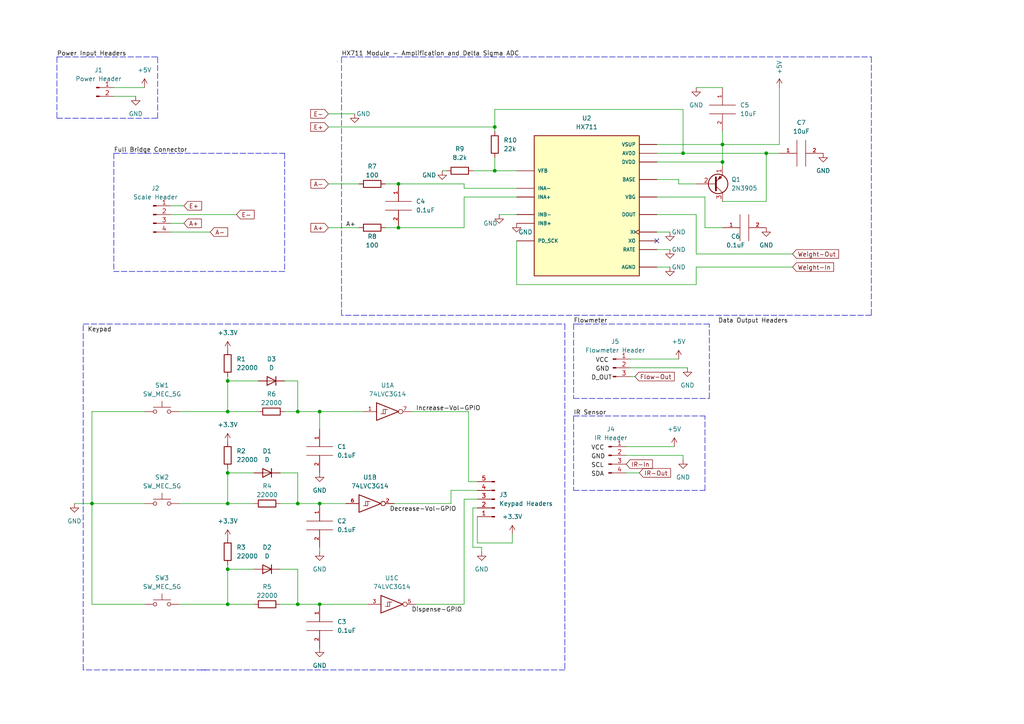
<source format=kicad_sch>
(kicad_sch (version 20211123) (generator eeschema)

  (uuid 0595a7f4-78ca-42b9-b659-4d135281acb2)

  (paper "A4")

  (lib_symbols
    (symbol "74xGxx:74LVC3G14" (pin_names (offset 1.016)) (in_bom yes) (on_board yes)
      (property "Reference" "U" (id 0) (at -2.54 3.81 0)
        (effects (font (size 1.27 1.27)))
      )
      (property "Value" "74LVC3G14" (id 1) (at 0 -3.81 0)
        (effects (font (size 1.27 1.27)))
      )
      (property "Footprint" "" (id 2) (at 0 0 0)
        (effects (font (size 1.27 1.27)) hide)
      )
      (property "Datasheet" "https://www.ti.com/lit/ds/symlink/sn74lvc3g14.pdf" (id 3) (at 0 0 0)
        (effects (font (size 1.27 1.27)) hide)
      )
      (property "ki_keywords" "Triple NOT Schmitt LVC CMOS" (id 4) (at 0 0 0)
        (effects (font (size 1.27 1.27)) hide)
      )
      (property "ki_description" "Triple NOT Gate Schmitt, Low-Voltage CMOS" (id 5) (at 0 0 0)
        (effects (font (size 1.27 1.27)) hide)
      )
      (property "ki_fp_filters" "SSOP* VSSOP*" (id 6) (at 0 0 0)
        (effects (font (size 1.27 1.27)) hide)
      )
      (symbol "74LVC3G14_0_1"
        (polyline
          (pts
            (xy -1.905 -0.635)
            (xy -1.27 -0.635)
            (xy -1.27 0.635)
          )
          (stroke (width 0) (type default) (color 0 0 0 0))
          (fill (type none))
        )
        (polyline
          (pts
            (xy -3.81 2.54)
            (xy -3.81 -2.54)
            (xy 2.54 0)
            (xy -3.81 2.54)
          )
          (stroke (width 0.254) (type default) (color 0 0 0 0))
          (fill (type none))
        )
        (polyline
          (pts
            (xy -2.54 -0.635)
            (xy -1.905 -0.635)
            (xy -1.905 0.635)
            (xy -0.635 0.635)
          )
          (stroke (width 0) (type default) (color 0 0 0 0))
          (fill (type none))
        )
        (pin power_in line (at 0 -2.54 270) (length 0) hide
          (name "GND" (effects (font (size 1.016 1.016))))
          (number "4" (effects (font (size 1.016 1.016))))
        )
        (pin power_in line (at 0 2.54 90) (length 0) hide
          (name "VCC" (effects (font (size 1.016 1.016))))
          (number "8" (effects (font (size 1.016 1.016))))
        )
      )
      (symbol "74LVC3G14_1_1"
        (pin input line (at -7.62 0 0) (length 3.81)
          (name "~" (effects (font (size 1.016 1.016))))
          (number "1" (effects (font (size 1.016 1.016))))
        )
        (pin output inverted (at 6.35 0 180) (length 3.81)
          (name "~" (effects (font (size 1.016 1.016))))
          (number "7" (effects (font (size 1.016 1.016))))
        )
      )
      (symbol "74LVC3G14_2_1"
        (pin output inverted (at 6.35 0 180) (length 3.81)
          (name "~" (effects (font (size 1.016 1.016))))
          (number "2" (effects (font (size 1.016 1.016))))
        )
        (pin input line (at -7.62 0 0) (length 3.81)
          (name "~" (effects (font (size 1.016 1.016))))
          (number "6" (effects (font (size 1.016 1.016))))
        )
      )
      (symbol "74LVC3G14_3_1"
        (pin input line (at -7.62 0 0) (length 3.81)
          (name "~" (effects (font (size 1.016 1.016))))
          (number "3" (effects (font (size 1.016 1.016))))
        )
        (pin output inverted (at 6.35 0 180) (length 3.81)
          (name "~" (effects (font (size 1.016 1.016))))
          (number "5" (effects (font (size 1.016 1.016))))
        )
      )
    )
    (symbol "Connector:Conn_01x02_Male" (pin_names (offset 1.016) hide) (in_bom yes) (on_board yes)
      (property "Reference" "J" (id 0) (at 0 2.54 0)
        (effects (font (size 1.27 1.27)))
      )
      (property "Value" "Conn_01x02_Male" (id 1) (at 0 -5.08 0)
        (effects (font (size 1.27 1.27)))
      )
      (property "Footprint" "" (id 2) (at 0 0 0)
        (effects (font (size 1.27 1.27)) hide)
      )
      (property "Datasheet" "~" (id 3) (at 0 0 0)
        (effects (font (size 1.27 1.27)) hide)
      )
      (property "ki_keywords" "connector" (id 4) (at 0 0 0)
        (effects (font (size 1.27 1.27)) hide)
      )
      (property "ki_description" "Generic connector, single row, 01x02, script generated (kicad-library-utils/schlib/autogen/connector/)" (id 5) (at 0 0 0)
        (effects (font (size 1.27 1.27)) hide)
      )
      (property "ki_fp_filters" "Connector*:*_1x??_*" (id 6) (at 0 0 0)
        (effects (font (size 1.27 1.27)) hide)
      )
      (symbol "Conn_01x02_Male_1_1"
        (polyline
          (pts
            (xy 1.27 -2.54)
            (xy 0.8636 -2.54)
          )
          (stroke (width 0.1524) (type default) (color 0 0 0 0))
          (fill (type none))
        )
        (polyline
          (pts
            (xy 1.27 0)
            (xy 0.8636 0)
          )
          (stroke (width 0.1524) (type default) (color 0 0 0 0))
          (fill (type none))
        )
        (rectangle (start 0.8636 -2.413) (end 0 -2.667)
          (stroke (width 0.1524) (type default) (color 0 0 0 0))
          (fill (type outline))
        )
        (rectangle (start 0.8636 0.127) (end 0 -0.127)
          (stroke (width 0.1524) (type default) (color 0 0 0 0))
          (fill (type outline))
        )
        (pin passive line (at 5.08 0 180) (length 3.81)
          (name "Pin_1" (effects (font (size 1.27 1.27))))
          (number "1" (effects (font (size 1.27 1.27))))
        )
        (pin passive line (at 5.08 -2.54 180) (length 3.81)
          (name "Pin_2" (effects (font (size 1.27 1.27))))
          (number "2" (effects (font (size 1.27 1.27))))
        )
      )
    )
    (symbol "Connector:Conn_01x03_Male" (pin_names (offset 1.016) hide) (in_bom yes) (on_board yes)
      (property "Reference" "J" (id 0) (at 0 5.08 0)
        (effects (font (size 1.27 1.27)))
      )
      (property "Value" "Conn_01x03_Male" (id 1) (at 0 -5.08 0)
        (effects (font (size 1.27 1.27)))
      )
      (property "Footprint" "" (id 2) (at 0 0 0)
        (effects (font (size 1.27 1.27)) hide)
      )
      (property "Datasheet" "~" (id 3) (at 0 0 0)
        (effects (font (size 1.27 1.27)) hide)
      )
      (property "ki_keywords" "connector" (id 4) (at 0 0 0)
        (effects (font (size 1.27 1.27)) hide)
      )
      (property "ki_description" "Generic connector, single row, 01x03, script generated (kicad-library-utils/schlib/autogen/connector/)" (id 5) (at 0 0 0)
        (effects (font (size 1.27 1.27)) hide)
      )
      (property "ki_fp_filters" "Connector*:*_1x??_*" (id 6) (at 0 0 0)
        (effects (font (size 1.27 1.27)) hide)
      )
      (symbol "Conn_01x03_Male_1_1"
        (polyline
          (pts
            (xy 1.27 -2.54)
            (xy 0.8636 -2.54)
          )
          (stroke (width 0.1524) (type default) (color 0 0 0 0))
          (fill (type none))
        )
        (polyline
          (pts
            (xy 1.27 0)
            (xy 0.8636 0)
          )
          (stroke (width 0.1524) (type default) (color 0 0 0 0))
          (fill (type none))
        )
        (polyline
          (pts
            (xy 1.27 2.54)
            (xy 0.8636 2.54)
          )
          (stroke (width 0.1524) (type default) (color 0 0 0 0))
          (fill (type none))
        )
        (rectangle (start 0.8636 -2.413) (end 0 -2.667)
          (stroke (width 0.1524) (type default) (color 0 0 0 0))
          (fill (type outline))
        )
        (rectangle (start 0.8636 0.127) (end 0 -0.127)
          (stroke (width 0.1524) (type default) (color 0 0 0 0))
          (fill (type outline))
        )
        (rectangle (start 0.8636 2.667) (end 0 2.413)
          (stroke (width 0.1524) (type default) (color 0 0 0 0))
          (fill (type outline))
        )
        (pin passive line (at 5.08 2.54 180) (length 3.81)
          (name "Pin_1" (effects (font (size 1.27 1.27))))
          (number "1" (effects (font (size 1.27 1.27))))
        )
        (pin passive line (at 5.08 0 180) (length 3.81)
          (name "Pin_2" (effects (font (size 1.27 1.27))))
          (number "2" (effects (font (size 1.27 1.27))))
        )
        (pin passive line (at 5.08 -2.54 180) (length 3.81)
          (name "Pin_3" (effects (font (size 1.27 1.27))))
          (number "3" (effects (font (size 1.27 1.27))))
        )
      )
    )
    (symbol "Connector:Conn_01x04_Male" (pin_names (offset 1.016) hide) (in_bom yes) (on_board yes)
      (property "Reference" "J" (id 0) (at 0 5.08 0)
        (effects (font (size 1.27 1.27)))
      )
      (property "Value" "Conn_01x04_Male" (id 1) (at 0 -7.62 0)
        (effects (font (size 1.27 1.27)))
      )
      (property "Footprint" "" (id 2) (at 0 0 0)
        (effects (font (size 1.27 1.27)) hide)
      )
      (property "Datasheet" "~" (id 3) (at 0 0 0)
        (effects (font (size 1.27 1.27)) hide)
      )
      (property "ki_keywords" "connector" (id 4) (at 0 0 0)
        (effects (font (size 1.27 1.27)) hide)
      )
      (property "ki_description" "Generic connector, single row, 01x04, script generated (kicad-library-utils/schlib/autogen/connector/)" (id 5) (at 0 0 0)
        (effects (font (size 1.27 1.27)) hide)
      )
      (property "ki_fp_filters" "Connector*:*_1x??_*" (id 6) (at 0 0 0)
        (effects (font (size 1.27 1.27)) hide)
      )
      (symbol "Conn_01x04_Male_1_1"
        (polyline
          (pts
            (xy 1.27 -5.08)
            (xy 0.8636 -5.08)
          )
          (stroke (width 0.1524) (type default) (color 0 0 0 0))
          (fill (type none))
        )
        (polyline
          (pts
            (xy 1.27 -2.54)
            (xy 0.8636 -2.54)
          )
          (stroke (width 0.1524) (type default) (color 0 0 0 0))
          (fill (type none))
        )
        (polyline
          (pts
            (xy 1.27 0)
            (xy 0.8636 0)
          )
          (stroke (width 0.1524) (type default) (color 0 0 0 0))
          (fill (type none))
        )
        (polyline
          (pts
            (xy 1.27 2.54)
            (xy 0.8636 2.54)
          )
          (stroke (width 0.1524) (type default) (color 0 0 0 0))
          (fill (type none))
        )
        (rectangle (start 0.8636 -4.953) (end 0 -5.207)
          (stroke (width 0.1524) (type default) (color 0 0 0 0))
          (fill (type outline))
        )
        (rectangle (start 0.8636 -2.413) (end 0 -2.667)
          (stroke (width 0.1524) (type default) (color 0 0 0 0))
          (fill (type outline))
        )
        (rectangle (start 0.8636 0.127) (end 0 -0.127)
          (stroke (width 0.1524) (type default) (color 0 0 0 0))
          (fill (type outline))
        )
        (rectangle (start 0.8636 2.667) (end 0 2.413)
          (stroke (width 0.1524) (type default) (color 0 0 0 0))
          (fill (type outline))
        )
        (pin passive line (at 5.08 2.54 180) (length 3.81)
          (name "Pin_1" (effects (font (size 1.27 1.27))))
          (number "1" (effects (font (size 1.27 1.27))))
        )
        (pin passive line (at 5.08 0 180) (length 3.81)
          (name "Pin_2" (effects (font (size 1.27 1.27))))
          (number "2" (effects (font (size 1.27 1.27))))
        )
        (pin passive line (at 5.08 -2.54 180) (length 3.81)
          (name "Pin_3" (effects (font (size 1.27 1.27))))
          (number "3" (effects (font (size 1.27 1.27))))
        )
        (pin passive line (at 5.08 -5.08 180) (length 3.81)
          (name "Pin_4" (effects (font (size 1.27 1.27))))
          (number "4" (effects (font (size 1.27 1.27))))
        )
      )
    )
    (symbol "Connector:Conn_01x05_Male" (pin_names (offset 1.016) hide) (in_bom yes) (on_board yes)
      (property "Reference" "J" (id 0) (at 0 7.62 0)
        (effects (font (size 1.27 1.27)))
      )
      (property "Value" "Conn_01x05_Male" (id 1) (at 0 -7.62 0)
        (effects (font (size 1.27 1.27)))
      )
      (property "Footprint" "" (id 2) (at 0 0 0)
        (effects (font (size 1.27 1.27)) hide)
      )
      (property "Datasheet" "~" (id 3) (at 0 0 0)
        (effects (font (size 1.27 1.27)) hide)
      )
      (property "ki_keywords" "connector" (id 4) (at 0 0 0)
        (effects (font (size 1.27 1.27)) hide)
      )
      (property "ki_description" "Generic connector, single row, 01x05, script generated (kicad-library-utils/schlib/autogen/connector/)" (id 5) (at 0 0 0)
        (effects (font (size 1.27 1.27)) hide)
      )
      (property "ki_fp_filters" "Connector*:*_1x??_*" (id 6) (at 0 0 0)
        (effects (font (size 1.27 1.27)) hide)
      )
      (symbol "Conn_01x05_Male_1_1"
        (polyline
          (pts
            (xy 1.27 -5.08)
            (xy 0.8636 -5.08)
          )
          (stroke (width 0.1524) (type default) (color 0 0 0 0))
          (fill (type none))
        )
        (polyline
          (pts
            (xy 1.27 -2.54)
            (xy 0.8636 -2.54)
          )
          (stroke (width 0.1524) (type default) (color 0 0 0 0))
          (fill (type none))
        )
        (polyline
          (pts
            (xy 1.27 0)
            (xy 0.8636 0)
          )
          (stroke (width 0.1524) (type default) (color 0 0 0 0))
          (fill (type none))
        )
        (polyline
          (pts
            (xy 1.27 2.54)
            (xy 0.8636 2.54)
          )
          (stroke (width 0.1524) (type default) (color 0 0 0 0))
          (fill (type none))
        )
        (polyline
          (pts
            (xy 1.27 5.08)
            (xy 0.8636 5.08)
          )
          (stroke (width 0.1524) (type default) (color 0 0 0 0))
          (fill (type none))
        )
        (rectangle (start 0.8636 -4.953) (end 0 -5.207)
          (stroke (width 0.1524) (type default) (color 0 0 0 0))
          (fill (type outline))
        )
        (rectangle (start 0.8636 -2.413) (end 0 -2.667)
          (stroke (width 0.1524) (type default) (color 0 0 0 0))
          (fill (type outline))
        )
        (rectangle (start 0.8636 0.127) (end 0 -0.127)
          (stroke (width 0.1524) (type default) (color 0 0 0 0))
          (fill (type outline))
        )
        (rectangle (start 0.8636 2.667) (end 0 2.413)
          (stroke (width 0.1524) (type default) (color 0 0 0 0))
          (fill (type outline))
        )
        (rectangle (start 0.8636 5.207) (end 0 4.953)
          (stroke (width 0.1524) (type default) (color 0 0 0 0))
          (fill (type outline))
        )
        (pin passive line (at 5.08 5.08 180) (length 3.81)
          (name "Pin_1" (effects (font (size 1.27 1.27))))
          (number "1" (effects (font (size 1.27 1.27))))
        )
        (pin passive line (at 5.08 2.54 180) (length 3.81)
          (name "Pin_2" (effects (font (size 1.27 1.27))))
          (number "2" (effects (font (size 1.27 1.27))))
        )
        (pin passive line (at 5.08 0 180) (length 3.81)
          (name "Pin_3" (effects (font (size 1.27 1.27))))
          (number "3" (effects (font (size 1.27 1.27))))
        )
        (pin passive line (at 5.08 -2.54 180) (length 3.81)
          (name "Pin_4" (effects (font (size 1.27 1.27))))
          (number "4" (effects (font (size 1.27 1.27))))
        )
        (pin passive line (at 5.08 -5.08 180) (length 3.81)
          (name "Pin_5" (effects (font (size 1.27 1.27))))
          (number "5" (effects (font (size 1.27 1.27))))
        )
      )
    )
    (symbol "Device:D" (pin_numbers hide) (pin_names (offset 1.016) hide) (in_bom yes) (on_board yes)
      (property "Reference" "D" (id 0) (at 0 2.54 0)
        (effects (font (size 1.27 1.27)))
      )
      (property "Value" "D" (id 1) (at 0 -2.54 0)
        (effects (font (size 1.27 1.27)))
      )
      (property "Footprint" "" (id 2) (at 0 0 0)
        (effects (font (size 1.27 1.27)) hide)
      )
      (property "Datasheet" "~" (id 3) (at 0 0 0)
        (effects (font (size 1.27 1.27)) hide)
      )
      (property "ki_keywords" "diode" (id 4) (at 0 0 0)
        (effects (font (size 1.27 1.27)) hide)
      )
      (property "ki_description" "Diode" (id 5) (at 0 0 0)
        (effects (font (size 1.27 1.27)) hide)
      )
      (property "ki_fp_filters" "TO-???* *_Diode_* *SingleDiode* D_*" (id 6) (at 0 0 0)
        (effects (font (size 1.27 1.27)) hide)
      )
      (symbol "D_0_1"
        (polyline
          (pts
            (xy -1.27 1.27)
            (xy -1.27 -1.27)
          )
          (stroke (width 0.254) (type default) (color 0 0 0 0))
          (fill (type none))
        )
        (polyline
          (pts
            (xy 1.27 0)
            (xy -1.27 0)
          )
          (stroke (width 0) (type default) (color 0 0 0 0))
          (fill (type none))
        )
        (polyline
          (pts
            (xy 1.27 1.27)
            (xy 1.27 -1.27)
            (xy -1.27 0)
            (xy 1.27 1.27)
          )
          (stroke (width 0.254) (type default) (color 0 0 0 0))
          (fill (type none))
        )
      )
      (symbol "D_1_1"
        (pin passive line (at -3.81 0 0) (length 2.54)
          (name "K" (effects (font (size 1.27 1.27))))
          (number "1" (effects (font (size 1.27 1.27))))
        )
        (pin passive line (at 3.81 0 180) (length 2.54)
          (name "A" (effects (font (size 1.27 1.27))))
          (number "2" (effects (font (size 1.27 1.27))))
        )
      )
    )
    (symbol "Device:R" (pin_numbers hide) (pin_names (offset 0)) (in_bom yes) (on_board yes)
      (property "Reference" "R" (id 0) (at 2.032 0 90)
        (effects (font (size 1.27 1.27)))
      )
      (property "Value" "R" (id 1) (at 0 0 90)
        (effects (font (size 1.27 1.27)))
      )
      (property "Footprint" "" (id 2) (at -1.778 0 90)
        (effects (font (size 1.27 1.27)) hide)
      )
      (property "Datasheet" "~" (id 3) (at 0 0 0)
        (effects (font (size 1.27 1.27)) hide)
      )
      (property "ki_keywords" "R res resistor" (id 4) (at 0 0 0)
        (effects (font (size 1.27 1.27)) hide)
      )
      (property "ki_description" "Resistor" (id 5) (at 0 0 0)
        (effects (font (size 1.27 1.27)) hide)
      )
      (property "ki_fp_filters" "R_*" (id 6) (at 0 0 0)
        (effects (font (size 1.27 1.27)) hide)
      )
      (symbol "R_0_1"
        (rectangle (start -1.016 -2.54) (end 1.016 2.54)
          (stroke (width 0.254) (type default) (color 0 0 0 0))
          (fill (type none))
        )
      )
      (symbol "R_1_1"
        (pin passive line (at 0 3.81 270) (length 1.27)
          (name "~" (effects (font (size 1.27 1.27))))
          (number "1" (effects (font (size 1.27 1.27))))
        )
        (pin passive line (at 0 -3.81 90) (length 1.27)
          (name "~" (effects (font (size 1.27 1.27))))
          (number "2" (effects (font (size 1.27 1.27))))
        )
      )
    )
    (symbol "HX711_1" (pin_numbers hide) (pin_names (offset 1.016)) (in_bom yes) (on_board yes)
      (property "Reference" "U" (id 0) (at -15.24 22.86 0)
        (effects (font (size 1.27 1.27)) (justify left bottom))
      )
      (property "Value" "HX711_1" (id 1) (at -15.24 -25.4 0)
        (effects (font (size 1.27 1.27)) (justify left bottom))
      )
      (property "Footprint" "SOP127P600X180-16N" (id 2) (at -11.43 -20.32 0)
        (effects (font (size 1.27 1.27)) (justify left bottom) hide)
      )
      (property "Datasheet" "" (id 3) (at 0 0 0)
        (effects (font (size 1.27 1.27)) (justify left bottom) hide)
      )
      (property "MAXIMUM_PACKAGE_HEIGHT" "1.8 mm" (id 4) (at -3.81 -15.24 0)
        (effects (font (size 1.27 1.27)) (justify left bottom) hide)
      )
      (property "STANDARD" "IPC-7351B" (id 5) (at -5.08 -17.78 0)
        (effects (font (size 1.27 1.27)) (justify left bottom) hide)
      )
      (property "PARTREV" "V2.0" (id 6) (at -13.97 15.24 0)
        (effects (font (size 1.27 1.27)) (justify left bottom) hide)
      )
      (property "MANUFACTURER" "Avia Semiconductor" (id 7) (at -13.97 17.78 0)
        (effects (font (size 1.27 1.27)) (justify left bottom) hide)
      )
      (property "SNAPEDA_PN" "HX711" (id 8) (at -2.54 0 0)
        (effects (font (size 1.27 1.27)) (justify left bottom) hide)
      )
      (property "ki_locked" "" (id 9) (at 0 0 0)
        (effects (font (size 1.27 1.27)))
      )
      (symbol "HX711_1_0_0"
        (rectangle (start -15.24 -20.32) (end 15.24 20.32)
          (stroke (width 0.254) (type default) (color 0 0 0 0))
          (fill (type background))
        )
        (pin power_in line (at 20.32 17.78 180) (length 5.08)
          (name "VSUP" (effects (font (size 1.016 1.016))))
          (number "1" (effects (font (size 1.016 1.016))))
        )
        (pin input line (at -20.32 -5.08 0) (length 5.08)
          (name "INB+" (effects (font (size 1.016 1.016))))
          (number "10" (effects (font (size 1.016 1.016))))
        )
        (pin input line (at -20.32 -10.16 0) (length 5.08)
          (name "PD_SCK" (effects (font (size 1.016 1.016))))
          (number "11" (effects (font (size 1.016 1.016))))
        )
        (pin output line (at 20.32 -2.54 180) (length 5.08)
          (name "DOUT" (effects (font (size 1.016 1.016))))
          (number "12" (effects (font (size 1.016 1.016))))
        )
        (pin output line (at 20.32 -10.16 180) (length 5.08)
          (name "XO" (effects (font (size 1.016 1.016))))
          (number "13" (effects (font (size 1.016 1.016))))
        )
        (pin input clock (at 20.32 -7.62 180) (length 5.08)
          (name "XI" (effects (font (size 1.016 1.016))))
          (number "14" (effects (font (size 1.016 1.016))))
        )
        (pin input line (at 20.32 -12.7 180) (length 5.08)
          (name "RATE" (effects (font (size 1.016 1.016))))
          (number "15" (effects (font (size 1.016 1.016))))
        )
        (pin power_in line (at 20.32 12.7 180) (length 5.08)
          (name "DVDD" (effects (font (size 1.016 1.016))))
          (number "16" (effects (font (size 1.016 1.016))))
        )
        (pin output line (at 20.32 7.62 180) (length 5.08)
          (name "BASE" (effects (font (size 1.016 1.016))))
          (number "2" (effects (font (size 1.016 1.016))))
        )
        (pin power_in line (at 20.32 15.24 180) (length 5.08)
          (name "AVDD" (effects (font (size 1.016 1.016))))
          (number "3" (effects (font (size 1.016 1.016))))
        )
        (pin input line (at -20.32 10.16 0) (length 5.08)
          (name "VFB" (effects (font (size 1.016 1.016))))
          (number "4" (effects (font (size 1.016 1.016))))
        )
        (pin power_in line (at 20.32 -17.78 180) (length 5.08)
          (name "AGND" (effects (font (size 1.016 1.016))))
          (number "5" (effects (font (size 1.016 1.016))))
        )
        (pin output line (at 20.32 2.54 180) (length 5.08)
          (name "VBG" (effects (font (size 1.016 1.016))))
          (number "6" (effects (font (size 1.016 1.016))))
        )
        (pin input line (at -20.32 5.08 0) (length 5.08)
          (name "INA-" (effects (font (size 1.016 1.016))))
          (number "7" (effects (font (size 1.016 1.016))))
        )
        (pin input line (at -20.32 2.54 0) (length 5.08)
          (name "INA+" (effects (font (size 1.016 1.016))))
          (number "8" (effects (font (size 1.016 1.016))))
        )
        (pin input line (at -20.32 -2.54 0) (length 5.08)
          (name "INB-" (effects (font (size 1.016 1.016))))
          (number "9" (effects (font (size 1.016 1.016))))
        )
      )
    )
    (symbol "Switch:SW_MEC_5G" (pin_numbers hide) (pin_names (offset 1.016) hide) (in_bom yes) (on_board yes)
      (property "Reference" "SW" (id 0) (at 1.27 2.54 0)
        (effects (font (size 1.27 1.27)) (justify left))
      )
      (property "Value" "SW_MEC_5G" (id 1) (at 0 -1.524 0)
        (effects (font (size 1.27 1.27)))
      )
      (property "Footprint" "" (id 2) (at 0 5.08 0)
        (effects (font (size 1.27 1.27)) hide)
      )
      (property "Datasheet" "http://www.apem.com/int/index.php?controller=attachment&id_attachment=488" (id 3) (at 0 5.08 0)
        (effects (font (size 1.27 1.27)) hide)
      )
      (property "ki_keywords" "switch normally-open pushbutton push-button" (id 4) (at 0 0 0)
        (effects (font (size 1.27 1.27)) hide)
      )
      (property "ki_description" "MEC 5G single pole normally-open tactile switch" (id 5) (at 0 0 0)
        (effects (font (size 1.27 1.27)) hide)
      )
      (property "ki_fp_filters" "SW*MEC*5G*" (id 6) (at 0 0 0)
        (effects (font (size 1.27 1.27)) hide)
      )
      (symbol "SW_MEC_5G_0_1"
        (circle (center -2.032 0) (radius 0.508)
          (stroke (width 0) (type default) (color 0 0 0 0))
          (fill (type none))
        )
        (polyline
          (pts
            (xy 0 1.27)
            (xy 0 3.048)
          )
          (stroke (width 0) (type default) (color 0 0 0 0))
          (fill (type none))
        )
        (polyline
          (pts
            (xy 2.54 1.27)
            (xy -2.54 1.27)
          )
          (stroke (width 0) (type default) (color 0 0 0 0))
          (fill (type none))
        )
        (circle (center 2.032 0) (radius 0.508)
          (stroke (width 0) (type default) (color 0 0 0 0))
          (fill (type none))
        )
        (pin passive line (at -5.08 0 0) (length 2.54)
          (name "A" (effects (font (size 1.27 1.27))))
          (number "1" (effects (font (size 1.27 1.27))))
        )
        (pin passive line (at 5.08 0 180) (length 2.54)
          (name "B" (effects (font (size 1.27 1.27))))
          (number "3" (effects (font (size 1.27 1.27))))
        )
      )
      (symbol "SW_MEC_5G_1_1"
        (pin passive line (at -5.08 0 0) (length 2.54) hide
          (name "A" (effects (font (size 1.27 1.27))))
          (number "2" (effects (font (size 1.27 1.27))))
        )
        (pin passive line (at 5.08 0 180) (length 2.54) hide
          (name "B" (effects (font (size 1.27 1.27))))
          (number "4" (effects (font (size 1.27 1.27))))
        )
      )
    )
    (symbol "Transistor_BJT:2N3905" (pin_names (offset 0) hide) (in_bom yes) (on_board yes)
      (property "Reference" "Q" (id 0) (at 5.08 1.905 0)
        (effects (font (size 1.27 1.27)) (justify left))
      )
      (property "Value" "2N3905" (id 1) (at 5.08 0 0)
        (effects (font (size 1.27 1.27)) (justify left))
      )
      (property "Footprint" "Package_TO_SOT_THT:TO-92_Inline" (id 2) (at 5.08 -1.905 0)
        (effects (font (size 1.27 1.27) italic) (justify left) hide)
      )
      (property "Datasheet" "https://www.nteinc.com/specs/original/2N3905_06.pdf" (id 3) (at 0 0 0)
        (effects (font (size 1.27 1.27)) (justify left) hide)
      )
      (property "ki_keywords" "PNP Transistor" (id 4) (at 0 0 0)
        (effects (font (size 1.27 1.27)) hide)
      )
      (property "ki_description" "-0.2A Ic, -40V Vce, Small Signal PNP Transistor, TO-92" (id 5) (at 0 0 0)
        (effects (font (size 1.27 1.27)) hide)
      )
      (property "ki_fp_filters" "TO?92*" (id 6) (at 0 0 0)
        (effects (font (size 1.27 1.27)) hide)
      )
      (symbol "2N3905_0_1"
        (polyline
          (pts
            (xy 0.635 0.635)
            (xy 2.54 2.54)
          )
          (stroke (width 0) (type default) (color 0 0 0 0))
          (fill (type none))
        )
        (polyline
          (pts
            (xy 0.635 -0.635)
            (xy 2.54 -2.54)
            (xy 2.54 -2.54)
          )
          (stroke (width 0) (type default) (color 0 0 0 0))
          (fill (type none))
        )
        (polyline
          (pts
            (xy 0.635 1.905)
            (xy 0.635 -1.905)
            (xy 0.635 -1.905)
          )
          (stroke (width 0.508) (type default) (color 0 0 0 0))
          (fill (type none))
        )
        (polyline
          (pts
            (xy 2.286 -1.778)
            (xy 1.778 -2.286)
            (xy 1.27 -1.27)
            (xy 2.286 -1.778)
            (xy 2.286 -1.778)
          )
          (stroke (width 0) (type default) (color 0 0 0 0))
          (fill (type outline))
        )
        (circle (center 1.27 0) (radius 2.8194)
          (stroke (width 0.254) (type default) (color 0 0 0 0))
          (fill (type none))
        )
      )
      (symbol "2N3905_1_1"
        (pin passive line (at 2.54 -5.08 90) (length 2.54)
          (name "E" (effects (font (size 1.27 1.27))))
          (number "1" (effects (font (size 1.27 1.27))))
        )
        (pin input line (at -5.08 0 0) (length 5.715)
          (name "B" (effects (font (size 1.27 1.27))))
          (number "2" (effects (font (size 1.27 1.27))))
        )
        (pin passive line (at 2.54 5.08 270) (length 2.54)
          (name "C" (effects (font (size 1.27 1.27))))
          (number "3" (effects (font (size 1.27 1.27))))
        )
      )
    )
    (symbol "power:+3.3V" (power) (pin_names (offset 0)) (in_bom yes) (on_board yes)
      (property "Reference" "#PWR" (id 0) (at 0 -3.81 0)
        (effects (font (size 1.27 1.27)) hide)
      )
      (property "Value" "+3.3V" (id 1) (at 0 3.556 0)
        (effects (font (size 1.27 1.27)))
      )
      (property "Footprint" "" (id 2) (at 0 0 0)
        (effects (font (size 1.27 1.27)) hide)
      )
      (property "Datasheet" "" (id 3) (at 0 0 0)
        (effects (font (size 1.27 1.27)) hide)
      )
      (property "ki_keywords" "power-flag" (id 4) (at 0 0 0)
        (effects (font (size 1.27 1.27)) hide)
      )
      (property "ki_description" "Power symbol creates a global label with name \"+3.3V\"" (id 5) (at 0 0 0)
        (effects (font (size 1.27 1.27)) hide)
      )
      (symbol "+3.3V_0_1"
        (polyline
          (pts
            (xy -0.762 1.27)
            (xy 0 2.54)
          )
          (stroke (width 0) (type default) (color 0 0 0 0))
          (fill (type none))
        )
        (polyline
          (pts
            (xy 0 0)
            (xy 0 2.54)
          )
          (stroke (width 0) (type default) (color 0 0 0 0))
          (fill (type none))
        )
        (polyline
          (pts
            (xy 0 2.54)
            (xy 0.762 1.27)
          )
          (stroke (width 0) (type default) (color 0 0 0 0))
          (fill (type none))
        )
      )
      (symbol "+3.3V_1_1"
        (pin power_in line (at 0 0 90) (length 0) hide
          (name "+3.3V" (effects (font (size 1.27 1.27))))
          (number "1" (effects (font (size 1.27 1.27))))
        )
      )
    )
    (symbol "power:+5V" (power) (pin_names (offset 0)) (in_bom yes) (on_board yes)
      (property "Reference" "#PWR" (id 0) (at 0 -3.81 0)
        (effects (font (size 1.27 1.27)) hide)
      )
      (property "Value" "+5V" (id 1) (at 0 3.556 0)
        (effects (font (size 1.27 1.27)))
      )
      (property "Footprint" "" (id 2) (at 0 0 0)
        (effects (font (size 1.27 1.27)) hide)
      )
      (property "Datasheet" "" (id 3) (at 0 0 0)
        (effects (font (size 1.27 1.27)) hide)
      )
      (property "ki_keywords" "power-flag" (id 4) (at 0 0 0)
        (effects (font (size 1.27 1.27)) hide)
      )
      (property "ki_description" "Power symbol creates a global label with name \"+5V\"" (id 5) (at 0 0 0)
        (effects (font (size 1.27 1.27)) hide)
      )
      (symbol "+5V_0_1"
        (polyline
          (pts
            (xy -0.762 1.27)
            (xy 0 2.54)
          )
          (stroke (width 0) (type default) (color 0 0 0 0))
          (fill (type none))
        )
        (polyline
          (pts
            (xy 0 0)
            (xy 0 2.54)
          )
          (stroke (width 0) (type default) (color 0 0 0 0))
          (fill (type none))
        )
        (polyline
          (pts
            (xy 0 2.54)
            (xy 0.762 1.27)
          )
          (stroke (width 0) (type default) (color 0 0 0 0))
          (fill (type none))
        )
      )
      (symbol "+5V_1_1"
        (pin power_in line (at 0 0 90) (length 0) hide
          (name "+5V" (effects (font (size 1.27 1.27))))
          (number "1" (effects (font (size 1.27 1.27))))
        )
      )
    )
    (symbol "power:GND" (power) (pin_names (offset 0)) (in_bom yes) (on_board yes)
      (property "Reference" "#PWR" (id 0) (at 0 -6.35 0)
        (effects (font (size 1.27 1.27)) hide)
      )
      (property "Value" "GND" (id 1) (at 0 -3.81 0)
        (effects (font (size 1.27 1.27)))
      )
      (property "Footprint" "" (id 2) (at 0 0 0)
        (effects (font (size 1.27 1.27)) hide)
      )
      (property "Datasheet" "" (id 3) (at 0 0 0)
        (effects (font (size 1.27 1.27)) hide)
      )
      (property "ki_keywords" "power-flag" (id 4) (at 0 0 0)
        (effects (font (size 1.27 1.27)) hide)
      )
      (property "ki_description" "Power symbol creates a global label with name \"GND\" , ground" (id 5) (at 0 0 0)
        (effects (font (size 1.27 1.27)) hide)
      )
      (symbol "GND_0_1"
        (polyline
          (pts
            (xy 0 0)
            (xy 0 -1.27)
            (xy 1.27 -1.27)
            (xy 0 -2.54)
            (xy -1.27 -1.27)
            (xy 0 -1.27)
          )
          (stroke (width 0) (type default) (color 0 0 0 0))
          (fill (type none))
        )
      )
      (symbol "GND_1_1"
        (pin power_in line (at 0 0 270) (length 0) hide
          (name "GND" (effects (font (size 1.27 1.27))))
          (number "1" (effects (font (size 1.27 1.27))))
        )
      )
    )
    (symbol "pspice:CAP" (pin_names (offset 0.254)) (in_bom yes) (on_board yes)
      (property "Reference" "C" (id 0) (at 2.54 3.81 90)
        (effects (font (size 1.27 1.27)))
      )
      (property "Value" "CAP" (id 1) (at 2.54 -3.81 90)
        (effects (font (size 1.27 1.27)))
      )
      (property "Footprint" "" (id 2) (at 0 0 0)
        (effects (font (size 1.27 1.27)) hide)
      )
      (property "Datasheet" "~" (id 3) (at 0 0 0)
        (effects (font (size 1.27 1.27)) hide)
      )
      (property "ki_keywords" "simulation" (id 4) (at 0 0 0)
        (effects (font (size 1.27 1.27)) hide)
      )
      (property "ki_description" "Capacitor symbol for simulation only" (id 5) (at 0 0 0)
        (effects (font (size 1.27 1.27)) hide)
      )
      (symbol "CAP_0_1"
        (polyline
          (pts
            (xy -3.81 -1.27)
            (xy 3.81 -1.27)
          )
          (stroke (width 0) (type default) (color 0 0 0 0))
          (fill (type none))
        )
        (polyline
          (pts
            (xy -3.81 1.27)
            (xy 3.81 1.27)
          )
          (stroke (width 0) (type default) (color 0 0 0 0))
          (fill (type none))
        )
      )
      (symbol "CAP_1_1"
        (pin passive line (at 0 6.35 270) (length 5.08)
          (name "~" (effects (font (size 1.016 1.016))))
          (number "1" (effects (font (size 1.016 1.016))))
        )
        (pin passive line (at 0 -6.35 90) (length 5.08)
          (name "~" (effects (font (size 1.016 1.016))))
          (number "2" (effects (font (size 1.016 1.016))))
        )
      )
    )
  )

  (junction (at 92.71 146.05) (diameter 0) (color 0 0 0 0)
    (uuid 057506a5-c4af-4378-a015-2b6065e6b488)
  )
  (junction (at 86.36 119.38) (diameter 0) (color 0 0 0 0)
    (uuid 0cad265a-aa71-482f-920d-19ba819e54f6)
  )
  (junction (at 209.55 41.91) (diameter 0) (color 0 0 0 0)
    (uuid 1acccc5e-cbc3-446a-b64c-ae31c9c30f25)
  )
  (junction (at 86.36 175.26) (diameter 0) (color 0 0 0 0)
    (uuid 1c445861-92ed-48b3-bb9f-4c0c6dde4bf6)
  )
  (junction (at 66.04 110.49) (diameter 0) (color 0 0 0 0)
    (uuid 2bc39afb-c616-43e1-85e6-fc7af7afed24)
  )
  (junction (at 66.04 119.38) (diameter 0) (color 0 0 0 0)
    (uuid 35d6a681-a544-4864-89ea-10ac5e0f3a94)
  )
  (junction (at 222.25 44.45) (diameter 0) (color 0 0 0 0)
    (uuid 36af898f-e076-4e03-b3d6-9318c6ae1fd4)
  )
  (junction (at 66.04 165.1) (diameter 0) (color 0 0 0 0)
    (uuid 43290cde-0e01-44b9-880c-73e6834e5b12)
  )
  (junction (at 66.04 175.26) (diameter 0) (color 0 0 0 0)
    (uuid 4aba1b61-d326-4d1d-ad2e-ba5fe7a56d13)
  )
  (junction (at 86.36 146.05) (diameter 0) (color 0 0 0 0)
    (uuid 5a2efeb8-ee21-41e5-bce5-a8ada878336b)
  )
  (junction (at 198.12 44.45) (diameter 0) (color 0 0 0 0)
    (uuid 5e250b47-7f0a-4cb9-8cbc-61c5d00f4c03)
  )
  (junction (at 66.04 137.16) (diameter 0) (color 0 0 0 0)
    (uuid 8023aeae-7416-4c0f-80c0-90c928c0a085)
  )
  (junction (at 143.51 36.83) (diameter 0) (color 0 0 0 0)
    (uuid 97c387a4-4e12-4d02-beb7-f8fcc0cec944)
  )
  (junction (at 115.57 66.04) (diameter 0) (color 0 0 0 0)
    (uuid b77603c7-b6de-4757-8adb-8bbdcbfe2bcb)
  )
  (junction (at 209.55 46.99) (diameter 0) (color 0 0 0 0)
    (uuid bf8539e0-5f27-4d78-af8f-5f23767ca3df)
  )
  (junction (at 26.67 146.05) (diameter 0) (color 0 0 0 0)
    (uuid c5029eb2-abe3-44fb-ae4b-95eaf6d5077d)
  )
  (junction (at 143.51 49.53) (diameter 0) (color 0 0 0 0)
    (uuid c7d5674f-2e62-46ba-a451-260fda7c9a9f)
  )
  (junction (at 115.57 53.34) (diameter 0) (color 0 0 0 0)
    (uuid cd3c7bac-a630-4679-9660-53033218bc62)
  )
  (junction (at 92.71 119.38) (diameter 0) (color 0 0 0 0)
    (uuid efafb9de-09b1-4b3a-a932-81f0cfc83f9b)
  )
  (junction (at 92.71 175.26) (diameter 0) (color 0 0 0 0)
    (uuid f776096d-badd-4a67-879f-153ed7bb738f)
  )
  (junction (at 66.04 146.05) (diameter 0) (color 0 0 0 0)
    (uuid ff3eed16-c936-4353-87e5-b4185eb61228)
  )

  (no_connect (at 190.5 69.85) (uuid 6fa78997-f9c9-4c72-9e2b-e5309c9f078f))

  (wire (pts (xy 194.31 77.47) (xy 190.5 77.47))
    (stroke (width 0) (type default) (color 0 0 0 0))
    (uuid 00f095b0-cc76-41bf-9d0c-b726343ea8a6)
  )
  (wire (pts (xy 181.61 129.54) (xy 195.58 129.54))
    (stroke (width 0) (type default) (color 0 0 0 0))
    (uuid 019c5965-9db8-4280-8729-7d9a14e6f04c)
  )
  (wire (pts (xy 137.16 147.32) (xy 137.16 158.75))
    (stroke (width 0) (type default) (color 0 0 0 0))
    (uuid 0476467f-1693-42c8-a746-445d9efd20a5)
  )
  (wire (pts (xy 66.04 165.1) (xy 66.04 175.26))
    (stroke (width 0) (type default) (color 0 0 0 0))
    (uuid 06c6f844-224e-4f09-a806-9e0d35fed0fd)
  )
  (wire (pts (xy 26.67 119.38) (xy 26.67 146.05))
    (stroke (width 0) (type default) (color 0 0 0 0))
    (uuid 08796bed-59a9-4ef2-82a6-7d381a5a077e)
  )
  (wire (pts (xy 194.31 67.31) (xy 190.5 67.31))
    (stroke (width 0) (type default) (color 0 0 0 0))
    (uuid 0883f8b9-3c7f-4325-9314-1fee24ae6d3a)
  )
  (polyline (pts (xy 24.13 194.31) (xy 24.13 93.98))
    (stroke (width 0) (type default) (color 0 0 0 0))
    (uuid 0a4154df-9934-4cc7-be03-65c4381dbc95)
  )

  (wire (pts (xy 196.85 53.34) (xy 196.85 52.07))
    (stroke (width 0) (type default) (color 0 0 0 0))
    (uuid 0b98ced8-481a-4307-90c1-8f90c9a521bb)
  )
  (wire (pts (xy 86.36 146.05) (xy 92.71 146.05))
    (stroke (width 0) (type default) (color 0 0 0 0))
    (uuid 0ca804c3-1eec-4dba-a8da-02850c7f5a59)
  )
  (wire (pts (xy 190.5 57.15) (xy 204.47 57.15))
    (stroke (width 0) (type default) (color 0 0 0 0))
    (uuid 0d866534-ecfd-4288-a2fe-200bb50317bb)
  )
  (wire (pts (xy 201.93 25.4) (xy 209.55 25.4))
    (stroke (width 0) (type default) (color 0 0 0 0))
    (uuid 0e7411e5-b0dd-486b-bf69-8c26cad78d39)
  )
  (wire (pts (xy 134.62 54.61) (xy 149.86 54.61))
    (stroke (width 0) (type default) (color 0 0 0 0))
    (uuid 0ea0f5de-9d33-49c4-b1ad-ef2c3b82cdda)
  )
  (wire (pts (xy 143.51 49.53) (xy 149.86 49.53))
    (stroke (width 0) (type default) (color 0 0 0 0))
    (uuid 11acc37a-cab0-49c4-bec9-380141afa204)
  )
  (wire (pts (xy 92.71 119.38) (xy 105.41 119.38))
    (stroke (width 0) (type default) (color 0 0 0 0))
    (uuid 13ced100-593b-4daf-b405-93b50db04ba8)
  )
  (wire (pts (xy 26.67 175.26) (xy 41.91 175.26))
    (stroke (width 0) (type default) (color 0 0 0 0))
    (uuid 14d1aa15-811c-4fbd-8a18-16dfe5c0d3cd)
  )
  (polyline (pts (xy 204.47 142.24) (xy 204.47 120.65))
    (stroke (width 0) (type default) (color 0 0 0 0))
    (uuid 15a99957-830a-4cda-a50d-9c4cc59e7505)
  )

  (wire (pts (xy 134.62 53.34) (xy 134.62 54.61))
    (stroke (width 0) (type default) (color 0 0 0 0))
    (uuid 1a2aa8ce-e4cf-47ba-83fc-cba76bc81b31)
  )
  (wire (pts (xy 196.85 52.07) (xy 190.5 52.07))
    (stroke (width 0) (type default) (color 0 0 0 0))
    (uuid 1b680a37-c07e-4957-91f1-4f388adb6f5c)
  )
  (wire (pts (xy 49.53 67.31) (xy 60.96 67.31))
    (stroke (width 0) (type default) (color 0 0 0 0))
    (uuid 1d0e29e6-17cb-4c5a-89ff-d6c67bfdc05f)
  )
  (wire (pts (xy 190.5 44.45) (xy 198.12 44.45))
    (stroke (width 0) (type default) (color 0 0 0 0))
    (uuid 1dae7b22-cc45-4adb-a5fc-a88fa49bdfa2)
  )
  (wire (pts (xy 52.07 175.26) (xy 66.04 175.26))
    (stroke (width 0) (type default) (color 0 0 0 0))
    (uuid 1e0a7428-8952-4077-a2d6-b3aead32809d)
  )
  (wire (pts (xy 182.88 104.14) (xy 196.85 104.14))
    (stroke (width 0) (type default) (color 0 0 0 0))
    (uuid 1f15a0db-e5ea-4fdd-829c-80c6215be9e1)
  )
  (wire (pts (xy 86.36 119.38) (xy 92.71 119.38))
    (stroke (width 0) (type default) (color 0 0 0 0))
    (uuid 1f4cf9cf-8784-4278-94db-d92daaf764e2)
  )
  (polyline (pts (xy 16.51 34.29) (xy 45.72 34.29))
    (stroke (width 0) (type default) (color 0 0 0 0))
    (uuid 1f634cac-d5dd-4475-a3f4-040a96081c93)
  )

  (wire (pts (xy 148.59 154.94) (xy 148.59 157.48))
    (stroke (width 0) (type default) (color 0 0 0 0))
    (uuid 20ebfba6-0f74-4d4b-a4f7-d8472625b9df)
  )
  (wire (pts (xy 226.06 41.91) (xy 226.06 25.4))
    (stroke (width 0) (type default) (color 0 0 0 0))
    (uuid 211647f8-5645-43df-b57c-b7ee2fc45ed5)
  )
  (wire (pts (xy 66.04 175.26) (xy 73.66 175.26))
    (stroke (width 0) (type default) (color 0 0 0 0))
    (uuid 21522202-95fc-4c20-a541-674109e6e1b2)
  )
  (wire (pts (xy 190.5 62.23) (xy 201.93 62.23))
    (stroke (width 0) (type default) (color 0 0 0 0))
    (uuid 24f9f7d4-df26-4f22-bc4d-8b6a991dfc8f)
  )
  (wire (pts (xy 182.88 106.68) (xy 199.39 106.68))
    (stroke (width 0) (type default) (color 0 0 0 0))
    (uuid 2503b668-e4c1-4efc-b53b-c0d4f2bdde8d)
  )
  (wire (pts (xy 86.36 137.16) (xy 86.36 146.05))
    (stroke (width 0) (type default) (color 0 0 0 0))
    (uuid 29f4150b-0de6-4319-bd4c-eb49325c3d7f)
  )
  (wire (pts (xy 66.04 119.38) (xy 74.93 119.38))
    (stroke (width 0) (type default) (color 0 0 0 0))
    (uuid 2b0def25-ea40-4c38-aafd-cd160954a995)
  )
  (polyline (pts (xy 163.83 93.98) (xy 163.83 194.31))
    (stroke (width 0) (type default) (color 0 0 0 0))
    (uuid 2f1cf19e-d06b-410f-9e6b-e0a879e72b66)
  )

  (wire (pts (xy 66.04 146.05) (xy 73.66 146.05))
    (stroke (width 0) (type default) (color 0 0 0 0))
    (uuid 301aeed4-3f06-4650-ac14-642aca7a7e1c)
  )
  (wire (pts (xy 66.04 137.16) (xy 73.66 137.16))
    (stroke (width 0) (type default) (color 0 0 0 0))
    (uuid 3132be1f-2482-4a52-9589-2dce51845e6d)
  )
  (wire (pts (xy 143.51 45.72) (xy 143.51 49.53))
    (stroke (width 0) (type default) (color 0 0 0 0))
    (uuid 3167e021-538a-43fe-9287-e7622df40b40)
  )
  (wire (pts (xy 49.53 59.69) (xy 53.34 59.69))
    (stroke (width 0) (type default) (color 0 0 0 0))
    (uuid 3279f2bb-d016-4a55-876b-ec1b4e3859ef)
  )
  (wire (pts (xy 81.28 137.16) (xy 86.36 137.16))
    (stroke (width 0) (type default) (color 0 0 0 0))
    (uuid 33e12115-550b-4147-b845-fc851011916e)
  )
  (polyline (pts (xy 82.55 78.74) (xy 33.02 78.74))
    (stroke (width 0) (type default) (color 0 0 0 0))
    (uuid 3a5db101-81a0-44b6-a4fb-96664052b718)
  )

  (wire (pts (xy 144.78 62.23) (xy 149.86 62.23))
    (stroke (width 0) (type default) (color 0 0 0 0))
    (uuid 3ef0458e-92c4-4a2e-91f2-18d306192b24)
  )
  (wire (pts (xy 138.43 149.86) (xy 138.43 157.48))
    (stroke (width 0) (type default) (color 0 0 0 0))
    (uuid 3f1be9dc-fe16-4587-9778-c89c5a03b5b8)
  )
  (wire (pts (xy 204.47 66.04) (xy 209.55 66.04))
    (stroke (width 0) (type default) (color 0 0 0 0))
    (uuid 411e6843-7edb-42eb-87de-9def62a14c8b)
  )
  (wire (pts (xy 66.04 165.1) (xy 73.66 165.1))
    (stroke (width 0) (type default) (color 0 0 0 0))
    (uuid 41c2bc6d-dda7-4ea7-992b-ba8b80ab345b)
  )
  (wire (pts (xy 95.25 66.04) (xy 104.14 66.04))
    (stroke (width 0) (type default) (color 0 0 0 0))
    (uuid 42f61899-6b2a-4b0d-8ea0-2270e8fe0e5b)
  )
  (wire (pts (xy 181.61 137.16) (xy 185.42 137.16))
    (stroke (width 0) (type default) (color 0 0 0 0))
    (uuid 44bf18ac-3be7-4d44-b060-c743671e1085)
  )
  (wire (pts (xy 130.81 142.24) (xy 138.43 142.24))
    (stroke (width 0) (type default) (color 0 0 0 0))
    (uuid 465a9bb4-0f35-4a51-956b-4e5ea2baf278)
  )
  (polyline (pts (xy 24.13 93.98) (xy 163.83 93.98))
    (stroke (width 0) (type default) (color 0 0 0 0))
    (uuid 48cd287e-45bd-430d-b0d3-709527b379c3)
  )

  (wire (pts (xy 190.5 46.99) (xy 209.55 46.99))
    (stroke (width 0) (type default) (color 0 0 0 0))
    (uuid 4b2b61e2-762a-4ff7-994e-b4145348d1d4)
  )
  (wire (pts (xy 143.51 31.75) (xy 143.51 36.83))
    (stroke (width 0) (type default) (color 0 0 0 0))
    (uuid 4db81eae-20b3-475b-9cdd-54ff568d7c4a)
  )
  (wire (pts (xy 137.16 158.75) (xy 139.7 158.75))
    (stroke (width 0) (type default) (color 0 0 0 0))
    (uuid 4efc5909-0230-44fe-b7b2-27bca0981873)
  )
  (wire (pts (xy 201.93 53.34) (xy 196.85 53.34))
    (stroke (width 0) (type default) (color 0 0 0 0))
    (uuid 50d068d8-c5ef-40ac-ba41-dab08deab1f3)
  )
  (wire (pts (xy 209.55 41.91) (xy 209.55 46.99))
    (stroke (width 0) (type default) (color 0 0 0 0))
    (uuid 5764ec59-feb3-47f1-a651-9c77aec6dd14)
  )
  (wire (pts (xy 81.28 175.26) (xy 86.36 175.26))
    (stroke (width 0) (type default) (color 0 0 0 0))
    (uuid 57b162a8-c4c2-4d53-9372-bbf295aec8c5)
  )
  (polyline (pts (xy 166.37 120.65) (xy 204.47 120.65))
    (stroke (width 0) (type default) (color 0 0 0 0))
    (uuid 59a1e57f-18b3-42ef-81c1-6298b93005e8)
  )

  (wire (pts (xy 201.93 82.55) (xy 201.93 77.47))
    (stroke (width 0) (type default) (color 0 0 0 0))
    (uuid 5ee87b71-ea43-427c-82b2-373ed8b772e1)
  )
  (polyline (pts (xy 82.55 44.45) (xy 82.55 78.74))
    (stroke (width 0) (type default) (color 0 0 0 0))
    (uuid 5f2048a0-ac42-420d-bd25-9e684cfb9fd6)
  )

  (wire (pts (xy 134.62 144.78) (xy 138.43 144.78))
    (stroke (width 0) (type default) (color 0 0 0 0))
    (uuid 628b2e58-5bfd-4e94-a267-d1d7e5482dc6)
  )
  (polyline (pts (xy 167.64 93.98) (xy 166.37 93.98))
    (stroke (width 0) (type default) (color 0 0 0 0))
    (uuid 669d1bbe-1bcb-477d-a9c0-1ce8ef908261)
  )

  (wire (pts (xy 66.04 110.49) (xy 74.93 110.49))
    (stroke (width 0) (type default) (color 0 0 0 0))
    (uuid 6852fb4f-1696-497f-ae1e-e6fa277db09b)
  )
  (wire (pts (xy 222.25 44.45) (xy 222.25 58.42))
    (stroke (width 0) (type default) (color 0 0 0 0))
    (uuid 6d0c8a80-684d-4b84-b245-e4d50f3fd700)
  )
  (polyline (pts (xy 166.37 115.57) (xy 205.74 115.57))
    (stroke (width 0) (type default) (color 0 0 0 0))
    (uuid 6ebd58bd-8224-4adf-818a-a61dfc543501)
  )

  (wire (pts (xy 134.62 57.15) (xy 149.86 57.15))
    (stroke (width 0) (type default) (color 0 0 0 0))
    (uuid 6ef5b909-8ff4-4d3d-ae2f-16ae60596a95)
  )
  (wire (pts (xy 209.55 58.42) (xy 222.25 58.42))
    (stroke (width 0) (type default) (color 0 0 0 0))
    (uuid 700a30fb-89c5-4004-aa24-f971e1baa118)
  )
  (wire (pts (xy 209.55 46.99) (xy 209.55 48.26))
    (stroke (width 0) (type default) (color 0 0 0 0))
    (uuid 72849975-b03c-4ad9-806c-ec7ea00956b3)
  )
  (wire (pts (xy 92.71 119.38) (xy 92.71 124.46))
    (stroke (width 0) (type default) (color 0 0 0 0))
    (uuid 74243fb6-6219-44e6-a3be-564e06510b36)
  )
  (wire (pts (xy 33.02 25.4) (xy 41.91 25.4))
    (stroke (width 0) (type default) (color 0 0 0 0))
    (uuid 758818a8-99c7-4ae1-8b18-16b4eff6fb07)
  )
  (wire (pts (xy 66.04 137.16) (xy 66.04 146.05))
    (stroke (width 0) (type default) (color 0 0 0 0))
    (uuid 75b1d04d-4451-4954-bf49-dac2d7dcb157)
  )
  (wire (pts (xy 119.38 119.38) (xy 135.89 119.38))
    (stroke (width 0) (type default) (color 0 0 0 0))
    (uuid 7b68fd50-1689-4b13-a5d7-a6d8679cd58c)
  )
  (polyline (pts (xy 33.02 44.45) (xy 33.02 78.74))
    (stroke (width 0) (type default) (color 0 0 0 0))
    (uuid 7c1c5553-cd44-49e4-89ae-802398fb9534)
  )

  (wire (pts (xy 135.89 139.7) (xy 138.43 139.7))
    (stroke (width 0) (type default) (color 0 0 0 0))
    (uuid 7dce714e-eacb-4b25-9e0b-c77a0cca2b41)
  )
  (wire (pts (xy 52.07 119.38) (xy 66.04 119.38))
    (stroke (width 0) (type default) (color 0 0 0 0))
    (uuid 8017f072-3103-4e1d-a67c-0d3254a853ae)
  )
  (wire (pts (xy 128.27 49.53) (xy 129.54 49.53))
    (stroke (width 0) (type default) (color 0 0 0 0))
    (uuid 80a1cf44-c655-45e3-8ae6-8b605261415d)
  )
  (wire (pts (xy 86.36 165.1) (xy 86.36 175.26))
    (stroke (width 0) (type default) (color 0 0 0 0))
    (uuid 819ae2ce-38f2-4078-8b61-bc788a66b8a8)
  )
  (polyline (pts (xy 163.83 194.31) (xy 24.13 194.31))
    (stroke (width 0) (type default) (color 0 0 0 0))
    (uuid 83bdd5d7-f4ef-4d21-9244-30548327fff1)
  )

  (wire (pts (xy 26.67 146.05) (xy 26.67 175.26))
    (stroke (width 0) (type default) (color 0 0 0 0))
    (uuid 86b8474d-f057-429e-ab64-321067acfd05)
  )
  (wire (pts (xy 86.36 175.26) (xy 92.71 175.26))
    (stroke (width 0) (type default) (color 0 0 0 0))
    (uuid 874fef94-b921-423c-8dac-900ca817e9d2)
  )
  (wire (pts (xy 66.04 165.1) (xy 66.04 163.83))
    (stroke (width 0) (type default) (color 0 0 0 0))
    (uuid 87ef1383-4702-46e0-9337-f1ddf81b0467)
  )
  (wire (pts (xy 115.57 53.34) (xy 134.62 53.34))
    (stroke (width 0) (type default) (color 0 0 0 0))
    (uuid 8b90e587-10a9-48ba-b5c4-23f0feb69d14)
  )
  (wire (pts (xy 139.7 158.75) (xy 139.7 160.02))
    (stroke (width 0) (type default) (color 0 0 0 0))
    (uuid 92851ae3-7969-4b69-845a-5a7e1de345f3)
  )
  (wire (pts (xy 26.67 146.05) (xy 41.91 146.05))
    (stroke (width 0) (type default) (color 0 0 0 0))
    (uuid 943b432b-e58e-4aaf-8dc3-089ce3252edb)
  )
  (wire (pts (xy 194.31 72.39) (xy 190.5 72.39))
    (stroke (width 0) (type default) (color 0 0 0 0))
    (uuid 956e28c6-f68e-473c-a84e-db9c922830e4)
  )
  (polyline (pts (xy 59.69 194.31) (xy 58.42 194.31))
    (stroke (width 0) (type default) (color 0 0 0 0))
    (uuid 9693f4d5-5ac9-4ea2-ac90-5d000aae0767)
  )

  (wire (pts (xy 138.43 147.32) (xy 137.16 147.32))
    (stroke (width 0) (type default) (color 0 0 0 0))
    (uuid 979ee6f7-3cf2-437f-8573-2ad952d94c12)
  )
  (wire (pts (xy 81.28 146.05) (xy 86.36 146.05))
    (stroke (width 0) (type default) (color 0 0 0 0))
    (uuid 97cce189-7f3e-44d5-8f82-990bf4644067)
  )
  (wire (pts (xy 95.25 36.83) (xy 143.51 36.83))
    (stroke (width 0) (type default) (color 0 0 0 0))
    (uuid 9810dff0-bfd2-4568-a621-da7f0e17ba92)
  )
  (wire (pts (xy 134.62 175.26) (xy 134.62 144.78))
    (stroke (width 0) (type default) (color 0 0 0 0))
    (uuid 984f3f54-354c-46af-b2cc-7f325e6c3946)
  )
  (polyline (pts (xy 99.06 16.51) (xy 252.73 16.51))
    (stroke (width 0) (type default) (color 0 0 0 0))
    (uuid 99e2f442-68c7-4417-ae48-4581f260b9f7)
  )
  (polyline (pts (xy 166.37 120.65) (xy 166.37 142.24))
    (stroke (width 0) (type default) (color 0 0 0 0))
    (uuid 9bc53669-36db-4b50-9b36-1fdc5c564b3d)
  )

  (wire (pts (xy 81.28 165.1) (xy 86.36 165.1))
    (stroke (width 0) (type default) (color 0 0 0 0))
    (uuid 9bc82ec0-2887-4ff6-acb5-88a02b2d0b64)
  )
  (polyline (pts (xy 205.74 93.98) (xy 167.64 93.98))
    (stroke (width 0) (type default) (color 0 0 0 0))
    (uuid 9de4c694-6e0b-4598-9064-20b572e92e4c)
  )

  (wire (pts (xy 115.57 66.04) (xy 134.62 66.04))
    (stroke (width 0) (type default) (color 0 0 0 0))
    (uuid a0a5dfc4-d386-413d-9768-5f9749a928e3)
  )
  (wire (pts (xy 95.25 33.02) (xy 102.87 33.02))
    (stroke (width 0) (type default) (color 0 0 0 0))
    (uuid a59f18db-7b7c-4f90-b038-edb3efebee58)
  )
  (polyline (pts (xy 97.79 17.78) (xy 97.79 17.78))
    (stroke (width 0) (type default) (color 0 0 0 0))
    (uuid a6e9e300-70ed-4c8d-9d10-ab44cc008077)
  )
  (polyline (pts (xy 33.02 44.45) (xy 82.55 44.45))
    (stroke (width 0) (type default) (color 0 0 0 0))
    (uuid a72d9aa5-9be1-4b6d-94aa-7e6dc0b8bab5)
  )

  (wire (pts (xy 134.62 66.04) (xy 134.62 57.15))
    (stroke (width 0) (type default) (color 0 0 0 0))
    (uuid a738c130-168e-4694-9765-ed4d2f7602ba)
  )
  (wire (pts (xy 49.53 62.23) (xy 68.58 62.23))
    (stroke (width 0) (type default) (color 0 0 0 0))
    (uuid a9aedfc9-0faf-4341-aa85-e8dabb0a8c20)
  )
  (wire (pts (xy 149.86 82.55) (xy 201.93 82.55))
    (stroke (width 0) (type default) (color 0 0 0 0))
    (uuid aa9bc98f-0ece-48d9-82e5-3ae1bb78f155)
  )
  (wire (pts (xy 135.89 119.38) (xy 135.89 139.7))
    (stroke (width 0) (type default) (color 0 0 0 0))
    (uuid ac72c9a0-fd6c-417c-80d9-c78a4c06ad02)
  )
  (wire (pts (xy 130.81 146.05) (xy 130.81 142.24))
    (stroke (width 0) (type default) (color 0 0 0 0))
    (uuid ae16dd69-d6d4-477f-91c4-1552f09247cf)
  )
  (wire (pts (xy 209.55 41.91) (xy 226.06 41.91))
    (stroke (width 0) (type default) (color 0 0 0 0))
    (uuid b264e2e8-a1f3-4ed4-a1c3-ea17aee32837)
  )
  (polyline (pts (xy 205.74 115.57) (xy 205.74 93.98))
    (stroke (width 0) (type default) (color 0 0 0 0))
    (uuid b40fd5fb-5236-4757-8484-494a25451a5e)
  )

  (wire (pts (xy 137.16 49.53) (xy 143.51 49.53))
    (stroke (width 0) (type default) (color 0 0 0 0))
    (uuid b749f178-a130-4440-ad29-9221f90cc7f2)
  )
  (wire (pts (xy 66.04 110.49) (xy 66.04 119.38))
    (stroke (width 0) (type default) (color 0 0 0 0))
    (uuid b74f357b-6362-4ec5-b5a6-a392006bdd3f)
  )
  (wire (pts (xy 182.88 109.22) (xy 184.15 109.22))
    (stroke (width 0) (type default) (color 0 0 0 0))
    (uuid b76aaabb-2781-43af-a6cf-393a6f6827bb)
  )
  (wire (pts (xy 92.71 158.75) (xy 92.71 160.02))
    (stroke (width 0) (type default) (color 0 0 0 0))
    (uuid b7b68b36-606b-4a38-aa1e-27ad2fe86141)
  )
  (polyline (pts (xy 45.72 34.29) (xy 45.72 16.51))
    (stroke (width 0) (type default) (color 0 0 0 0))
    (uuid beccc698-611b-49e8-97e6-f0075a010e7d)
  )

  (wire (pts (xy 190.5 41.91) (xy 209.55 41.91))
    (stroke (width 0) (type default) (color 0 0 0 0))
    (uuid c3e8c890-4059-4e1d-9162-28fb2c22f364)
  )
  (wire (pts (xy 198.12 44.45) (xy 222.25 44.45))
    (stroke (width 0) (type default) (color 0 0 0 0))
    (uuid c51c5355-7528-44b2-b0e3-e10c1f8d5aa7)
  )
  (wire (pts (xy 33.02 27.94) (xy 39.37 27.94))
    (stroke (width 0) (type default) (color 0 0 0 0))
    (uuid c6279d64-27e0-42e0-ae7c-945e167bb308)
  )
  (wire (pts (xy 92.71 146.05) (xy 100.33 146.05))
    (stroke (width 0) (type default) (color 0 0 0 0))
    (uuid c7be17e9-3bcb-417a-963e-a4001a78722c)
  )
  (wire (pts (xy 181.61 132.08) (xy 198.12 132.08))
    (stroke (width 0) (type default) (color 0 0 0 0))
    (uuid cfa63b78-c393-43a3-a6d8-029b9ba48da3)
  )
  (polyline (pts (xy 99.06 91.44) (xy 99.06 16.51))
    (stroke (width 0) (type default) (color 0 0 0 0))
    (uuid d12cf9e1-2395-4741-90e5-8be339c8be10)
  )

  (wire (pts (xy 49.53 64.77) (xy 53.34 64.77))
    (stroke (width 0) (type default) (color 0 0 0 0))
    (uuid d418a2b0-d2b9-4cd6-8bb8-480e6747ed69)
  )
  (wire (pts (xy 111.76 53.34) (xy 115.57 53.34))
    (stroke (width 0) (type default) (color 0 0 0 0))
    (uuid d436407e-7fa5-4a73-81cc-8136bcb87b03)
  )
  (polyline (pts (xy 252.73 16.51) (xy 252.73 91.44))
    (stroke (width 0) (type default) (color 0 0 0 0))
    (uuid d639eb99-9535-4cd9-ba27-f9259866ebc1)
  )

  (wire (pts (xy 138.43 157.48) (xy 148.59 157.48))
    (stroke (width 0) (type default) (color 0 0 0 0))
    (uuid d6500bc8-9ef0-457b-b633-0a7a26b996cd)
  )
  (wire (pts (xy 41.91 119.38) (xy 26.67 119.38))
    (stroke (width 0) (type default) (color 0 0 0 0))
    (uuid d6f5b1b1-08ac-4f28-a5e6-98c8686b86cc)
  )
  (wire (pts (xy 120.65 175.26) (xy 134.62 175.26))
    (stroke (width 0) (type default) (color 0 0 0 0))
    (uuid d99c6585-d16e-41d9-8cbb-891c17c0c796)
  )
  (wire (pts (xy 201.93 62.23) (xy 201.93 73.66))
    (stroke (width 0) (type default) (color 0 0 0 0))
    (uuid dab1b60a-3d37-4de7-9e66-ae9b4fc21be5)
  )
  (polyline (pts (xy 16.51 16.51) (xy 45.72 16.51))
    (stroke (width 0) (type default) (color 0 0 0 0))
    (uuid db150779-5a26-4e22-90dc-73fee874e3c3)
  )

  (wire (pts (xy 222.25 44.45) (xy 226.06 44.45))
    (stroke (width 0) (type default) (color 0 0 0 0))
    (uuid db3e2aa2-3433-4d3b-8a6d-b781d3d55c7e)
  )
  (wire (pts (xy 86.36 110.49) (xy 86.36 119.38))
    (stroke (width 0) (type default) (color 0 0 0 0))
    (uuid df51a07f-805b-440d-a6dc-37eabfd75c59)
  )
  (wire (pts (xy 66.04 137.16) (xy 66.04 135.89))
    (stroke (width 0) (type default) (color 0 0 0 0))
    (uuid df7477e9-2425-47dc-8612-e31d3ffa9e11)
  )
  (wire (pts (xy 66.04 110.49) (xy 66.04 109.22))
    (stroke (width 0) (type default) (color 0 0 0 0))
    (uuid e0001324-2c14-4239-b855-6d70216542b1)
  )
  (wire (pts (xy 82.55 110.49) (xy 86.36 110.49))
    (stroke (width 0) (type default) (color 0 0 0 0))
    (uuid e0866127-3655-4168-9276-103535a1b061)
  )
  (wire (pts (xy 92.71 175.26) (xy 106.68 175.26))
    (stroke (width 0) (type default) (color 0 0 0 0))
    (uuid e0a50c62-7f0d-43e4-b7ff-a281c1c167ee)
  )
  (wire (pts (xy 198.12 132.08) (xy 198.12 133.35))
    (stroke (width 0) (type default) (color 0 0 0 0))
    (uuid e0a5b736-b01b-4a89-b6e6-62259416155f)
  )
  (wire (pts (xy 111.76 66.04) (xy 115.57 66.04))
    (stroke (width 0) (type default) (color 0 0 0 0))
    (uuid e1ab4423-04cc-4f82-af3a-73ce6ea51d46)
  )
  (wire (pts (xy 52.07 146.05) (xy 66.04 146.05))
    (stroke (width 0) (type default) (color 0 0 0 0))
    (uuid ea83e288-1dc2-437d-9fc8-a5b8981cb209)
  )
  (wire (pts (xy 201.93 73.66) (xy 229.87 73.66))
    (stroke (width 0) (type default) (color 0 0 0 0))
    (uuid ebf2834d-bb26-4203-90a7-582eb4ebf624)
  )
  (wire (pts (xy 114.3 146.05) (xy 130.81 146.05))
    (stroke (width 0) (type default) (color 0 0 0 0))
    (uuid ec6e315e-fb98-4897-b2ab-3dfd1a87e82c)
  )
  (polyline (pts (xy 166.37 93.98) (xy 166.37 115.57))
    (stroke (width 0) (type default) (color 0 0 0 0))
    (uuid eeb0ac1d-8885-40c5-9167-068357b75747)
  )

  (wire (pts (xy 82.55 119.38) (xy 86.36 119.38))
    (stroke (width 0) (type default) (color 0 0 0 0))
    (uuid ef8ec506-b338-4221-97cd-004e33533678)
  )
  (polyline (pts (xy 252.73 91.44) (xy 99.06 91.44))
    (stroke (width 0) (type default) (color 0 0 0 0))
    (uuid f1416869-4a88-4609-b3de-789e5483ee97)
  )

  (wire (pts (xy 201.93 77.47) (xy 229.87 77.47))
    (stroke (width 0) (type default) (color 0 0 0 0))
    (uuid f1aa1659-269f-49aa-bb11-c6cc3b6aa812)
  )
  (polyline (pts (xy 16.51 16.51) (xy 16.51 34.29))
    (stroke (width 0) (type default) (color 0 0 0 0))
    (uuid f1b3deda-1461-4481-8bcf-9290a0f2d234)
  )

  (wire (pts (xy 143.51 31.75) (xy 198.12 31.75))
    (stroke (width 0) (type default) (color 0 0 0 0))
    (uuid f3434d9e-400c-4106-988e-e2bd74d26938)
  )
  (wire (pts (xy 21.59 146.05) (xy 26.67 146.05))
    (stroke (width 0) (type default) (color 0 0 0 0))
    (uuid f37a05d9-8fd7-48e2-82fd-7011d73fa874)
  )
  (wire (pts (xy 209.55 38.1) (xy 209.55 41.91))
    (stroke (width 0) (type default) (color 0 0 0 0))
    (uuid f9631523-047b-4ba4-ab91-1448dc4812fd)
  )
  (polyline (pts (xy 166.37 142.24) (xy 204.47 142.24))
    (stroke (width 0) (type default) (color 0 0 0 0))
    (uuid fa153da9-b7d6-419b-a463-aaaffad21e47)
  )

  (wire (pts (xy 149.86 69.85) (xy 149.86 82.55))
    (stroke (width 0) (type default) (color 0 0 0 0))
    (uuid fa77a2af-23bf-4ca2-af5f-fc47707277e3)
  )
  (wire (pts (xy 143.51 36.83) (xy 143.51 38.1))
    (stroke (width 0) (type default) (color 0 0 0 0))
    (uuid fc81e993-47f0-4354-9fae-0048914165f6)
  )
  (wire (pts (xy 204.47 57.15) (xy 204.47 66.04))
    (stroke (width 0) (type default) (color 0 0 0 0))
    (uuid fd28dd04-4036-499c-8c64-ccb47ef9aa2d)
  )
  (wire (pts (xy 198.12 31.75) (xy 198.12 44.45))
    (stroke (width 0) (type default) (color 0 0 0 0))
    (uuid fda6d593-6100-4a6b-b27f-700de3f8d31b)
  )
  (wire (pts (xy 95.25 53.34) (xy 104.14 53.34))
    (stroke (width 0) (type default) (color 0 0 0 0))
    (uuid fdcf74ee-230b-4dab-843d-49ca9cfe0225)
  )

  (label "Flowmeter" (at 166.37 93.98 0)
    (effects (font (size 1.27 1.27)) (justify left bottom))
    (uuid 132d3fc0-663a-45d0-a7f9-2503fb029b07)
  )
  (label "Decrease-Vol-GPIO" (at 113.03 148.59 0)
    (effects (font (size 1.27 1.27)) (justify left bottom))
    (uuid 18d1adaa-e50e-4bba-8c04-c4e1db7e5dd3)
  )
  (label "HX711 Module - Amplification and Delta Sigma ADC" (at 99.06 16.51 0)
    (effects (font (size 1.27 1.27)) (justify left bottom))
    (uuid 20615d7a-5e9d-48bf-883b-32662c71d7d0)
  )
  (label "Increase-Vol-GPIO" (at 120.65 119.38 0)
    (effects (font (size 1.27 1.27)) (justify left bottom))
    (uuid 360f4fd0-b222-408d-816c-9fc589ac0063)
  )
  (label "IR Sensor" (at 166.37 120.65 0)
    (effects (font (size 1.27 1.27)) (justify left bottom))
    (uuid 485f2a98-abda-4659-80b0-cd2e801ca24f)
  )
  (label "D_OUT" (at 171.45 110.49 0)
    (effects (font (size 1.27 1.27)) (justify left bottom))
    (uuid 58285483-4cc7-4468-844f-672d7416f2eb)
  )
  (label "SCL" (at 171.45 135.89 0)
    (effects (font (size 1.27 1.27)) (justify left bottom))
    (uuid 6c488a15-c57c-4b9c-ba1b-193a28f27dab)
  )
  (label "Full Bridge Connector" (at 33.02 44.45 0)
    (effects (font (size 1.27 1.27)) (justify left bottom))
    (uuid 720ed57a-e8be-449e-ac38-d9255664746d)
  )
  (label "Keypad" (at 25.4 96.52 0)
    (effects (font (size 1.27 1.27)) (justify left bottom))
    (uuid 76016aa7-e26b-442c-841f-3a56b3372cc1)
  )
  (label "VCC" (at 171.45 130.81 0)
    (effects (font (size 1.27 1.27)) (justify left bottom))
    (uuid 9057c10f-55d7-42cd-98f8-7a98b7003d60)
  )
  (label "GND" (at 171.45 133.35 0)
    (effects (font (size 1.27 1.27)) (justify left bottom))
    (uuid ad162c1f-84f9-49a5-9d0f-e026ffaca975)
  )
  (label "VCC" (at 172.72 105.41 0)
    (effects (font (size 1.27 1.27)) (justify left bottom))
    (uuid b702deed-3aa5-422c-bdc9-ee914e5bd2ec)
  )
  (label "GND" (at 172.72 107.95 0)
    (effects (font (size 1.27 1.27)) (justify left bottom))
    (uuid c1fd5ab5-741a-454e-a9c8-40a04fb1a53e)
  )
  (label "A+" (at 100.33 66.04 0)
    (effects (font (size 1.27 1.27)) (justify left bottom))
    (uuid c937d004-41f9-4634-bd1a-5d98904ea1b8)
  )
  (label "Dispense-GPIO" (at 119.38 177.8 0)
    (effects (font (size 1.27 1.27)) (justify left bottom))
    (uuid d0fe63e8-003e-48b9-91bd-57cdd3aeb0b5)
  )
  (label "SDA" (at 171.45 138.43 0)
    (effects (font (size 1.27 1.27)) (justify left bottom))
    (uuid d2792d5c-32dd-4249-8e42-e9ec7adbc916)
  )
  (label "Data Output Headers" (at 208.28 93.98 0)
    (effects (font (size 1.27 1.27)) (justify left bottom))
    (uuid f5a4961a-7b79-44d0-8d6f-810d81086d25)
  )
  (label "Power Input Headers" (at 16.51 16.51 0)
    (effects (font (size 1.27 1.27)) (justify left bottom))
    (uuid fe0efb17-0dc9-4379-a75a-fcde9fb5c2a9)
  )

  (global_label "IR-Out" (shape input) (at 185.42 137.16 0) (fields_autoplaced)
    (effects (font (size 1.27 1.27)) (justify left))
    (uuid 10c37dae-b66a-4ce7-b34e-66c04ab7b285)
    (property "Intersheet References" "${INTERSHEET_REFS}" (id 0) (at 194.4855 137.0806 0)
      (effects (font (size 1.27 1.27)) (justify left) hide)
    )
  )
  (global_label "A+" (shape input) (at 53.34 64.77 0) (fields_autoplaced)
    (effects (font (size 1.27 1.27)) (justify left))
    (uuid 3412f51a-d0d7-4066-a86b-9c28c9330372)
    (property "Intersheet References" "${INTERSHEET_REFS}" (id 0) (at 58.4141 64.6906 0)
      (effects (font (size 1.27 1.27)) (justify left) hide)
    )
  )
  (global_label "E-" (shape input) (at 95.25 33.02 180) (fields_autoplaced)
    (effects (font (size 1.27 1.27)) (justify right))
    (uuid 638aaae1-6482-4776-879a-de2deb9e0d8e)
    (property "Intersheet References" "${INTERSHEET_REFS}" (id 0) (at 90.1155 33.0994 0)
      (effects (font (size 1.27 1.27)) (justify right) hide)
    )
  )
  (global_label "Weight-Out" (shape input) (at 229.87 73.66 0) (fields_autoplaced)
    (effects (font (size 1.27 1.27)) (justify left))
    (uuid 6da13266-a7e2-4f06-b3bc-d26e33bdddc3)
    (property "Intersheet References" "${INTERSHEET_REFS}" (id 0) (at 243.2293 73.5806 0)
      (effects (font (size 1.27 1.27)) (justify left) hide)
    )
  )
  (global_label "IR-In" (shape input) (at 181.61 134.62 0) (fields_autoplaced)
    (effects (font (size 1.27 1.27)) (justify left))
    (uuid 80c18db0-4f03-4c3f-b15f-9e303ac9b0a8)
    (property "Intersheet References" "${INTERSHEET_REFS}" (id 0) (at 189.2241 134.5406 0)
      (effects (font (size 1.27 1.27)) (justify left) hide)
    )
  )
  (global_label "E-" (shape input) (at 68.58 62.23 0) (fields_autoplaced)
    (effects (font (size 1.27 1.27)) (justify left))
    (uuid 83903a60-89ab-4d4f-a61e-5641312c413b)
    (property "Intersheet References" "${INTERSHEET_REFS}" (id 0) (at 73.7145 62.1506 0)
      (effects (font (size 1.27 1.27)) (justify left) hide)
    )
  )
  (global_label "E+" (shape input) (at 53.34 59.69 0) (fields_autoplaced)
    (effects (font (size 1.27 1.27)) (justify left))
    (uuid 86918fd8-7248-42dd-9564-b01b946d63af)
    (property "Intersheet References" "${INTERSHEET_REFS}" (id 0) (at 58.4745 59.6106 0)
      (effects (font (size 1.27 1.27)) (justify left) hide)
    )
  )
  (global_label "Flow-Out" (shape input) (at 184.15 109.22 0) (fields_autoplaced)
    (effects (font (size 1.27 1.27)) (justify left))
    (uuid af549758-37a6-4420-aa92-09dfeb8710b1)
    (property "Intersheet References" "${INTERSHEET_REFS}" (id 0) (at 195.5741 109.1406 0)
      (effects (font (size 1.27 1.27)) (justify left) hide)
    )
  )
  (global_label "A-" (shape input) (at 60.96 67.31 0) (fields_autoplaced)
    (effects (font (size 1.27 1.27)) (justify left))
    (uuid c321f4a7-862a-4378-bdce-18fbaf50acfb)
    (property "Intersheet References" "${INTERSHEET_REFS}" (id 0) (at 66.0341 67.2306 0)
      (effects (font (size 1.27 1.27)) (justify left) hide)
    )
  )
  (global_label "A+" (shape input) (at 95.25 66.04 180) (fields_autoplaced)
    (effects (font (size 1.27 1.27)) (justify right))
    (uuid ca0847c5-aafe-408b-8345-0754698d8bee)
    (property "Intersheet References" "${INTERSHEET_REFS}" (id 0) (at 90.1759 65.9606 0)
      (effects (font (size 1.27 1.27)) (justify right) hide)
    )
  )
  (global_label "E+" (shape input) (at 95.25 36.83 180) (fields_autoplaced)
    (effects (font (size 1.27 1.27)) (justify right))
    (uuid e298b820-efef-4d82-9ef9-ebfa8d0627fe)
    (property "Intersheet References" "${INTERSHEET_REFS}" (id 0) (at 90.1155 36.7506 0)
      (effects (font (size 1.27 1.27)) (justify right) hide)
    )
  )
  (global_label "A-" (shape input) (at 95.25 53.34 180) (fields_autoplaced)
    (effects (font (size 1.27 1.27)) (justify right))
    (uuid e75794ad-0463-4594-bc95-4daaa4a5edc7)
    (property "Intersheet References" "${INTERSHEET_REFS}" (id 0) (at 90.1759 53.2606 0)
      (effects (font (size 1.27 1.27)) (justify right) hide)
    )
  )
  (global_label "Weight-In" (shape input) (at 229.87 77.47 0) (fields_autoplaced)
    (effects (font (size 1.27 1.27)) (justify left))
    (uuid f7ea34da-a64b-4ab4-99be-0187c6312e77)
    (property "Intersheet References" "${INTERSHEET_REFS}" (id 0) (at 241.7779 77.3906 0)
      (effects (font (size 1.27 1.27)) (justify left) hide)
    )
  )

  (symbol (lib_id "power:+3.3V") (at 66.04 128.27 0) (unit 1)
    (in_bom yes) (on_board yes) (fields_autoplaced)
    (uuid 0261ea34-0b62-4c6c-b5ae-12e17e5fdf3c)
    (property "Reference" "#PWR05" (id 0) (at 66.04 132.08 0)
      (effects (font (size 1.27 1.27)) hide)
    )
    (property "Value" "+3.3V" (id 1) (at 66.04 123.19 0))
    (property "Footprint" "" (id 2) (at 66.04 128.27 0)
      (effects (font (size 1.27 1.27)) hide)
    )
    (property "Datasheet" "" (id 3) (at 66.04 128.27 0)
      (effects (font (size 1.27 1.27)) hide)
    )
    (pin "1" (uuid 04403abb-4f7e-455a-8da7-247184429f6d))
  )

  (symbol (lib_id "Device:R") (at 66.04 160.02 0) (unit 1)
    (in_bom yes) (on_board yes) (fields_autoplaced)
    (uuid 100a2f3d-86f9-489c-8d84-c631963f7980)
    (property "Reference" "R3" (id 0) (at 68.58 158.7499 0)
      (effects (font (size 1.27 1.27)) (justify left))
    )
    (property "Value" "22000" (id 1) (at 68.58 161.2899 0)
      (effects (font (size 1.27 1.27)) (justify left))
    )
    (property "Footprint" "Resistor_SMD:R_0603_1608Metric_Pad0.98x0.95mm_HandSolder" (id 2) (at 64.262 160.02 90)
      (effects (font (size 1.27 1.27)) hide)
    )
    (property "Datasheet" "~" (id 3) (at 66.04 160.02 0)
      (effects (font (size 1.27 1.27)) hide)
    )
    (pin "1" (uuid 8947202f-5f50-40e0-8b5c-3ea007bc5664))
    (pin "2" (uuid 58226693-bd70-47c5-8f3a-cab9d49b1497))
  )

  (symbol (lib_id "Connector:Conn_01x04_Male") (at 44.45 62.23 0) (unit 1)
    (in_bom yes) (on_board yes) (fields_autoplaced)
    (uuid 227bd997-2057-4fae-b177-81e1242d4fb1)
    (property "Reference" "J2" (id 0) (at 45.085 54.61 0))
    (property "Value" "Scale Header" (id 1) (at 45.085 57.15 0))
    (property "Footprint" "Connector_Molex:Molex_KK-396_A-41791-0004_1x04_P3.96mm_Vertical" (id 2) (at 44.45 62.23 0)
      (effects (font (size 1.27 1.27)) hide)
    )
    (property "Datasheet" "~" (id 3) (at 44.45 62.23 0)
      (effects (font (size 1.27 1.27)) hide)
    )
    (pin "1" (uuid 761da7cd-2f8c-4e8c-9842-9c0f08b417de))
    (pin "2" (uuid 72dd14db-6ec9-408f-819e-c50d9a1ba429))
    (pin "3" (uuid 5ec515a2-13f2-4b79-a452-23a0f9aad3e3))
    (pin "4" (uuid 4f4b41c6-7e24-4df9-aece-00bd1c1a2932))
  )

  (symbol (lib_id "74xGxx:74LVC3G14") (at 113.03 119.38 0) (unit 1)
    (in_bom yes) (on_board yes) (fields_autoplaced)
    (uuid 28716c7a-3ee8-4251-b0b6-c31005f887d2)
    (property "Reference" "U1" (id 0) (at 112.395 111.76 0))
    (property "Value" "74LVC3G14" (id 1) (at 112.395 114.3 0))
    (property "Footprint" "Package_SO:MSOP-8_3x3mm_P0.65mm" (id 2) (at 113.03 119.38 0)
      (effects (font (size 1.27 1.27)) hide)
    )
    (property "Datasheet" "https://www.ti.com/lit/ds/symlink/sn74lvc3g14.pdf" (id 3) (at 113.03 119.38 0)
      (effects (font (size 1.27 1.27)) hide)
    )
    (pin "4" (uuid d275e38c-5c17-4b78-b4d3-605c3bbbbfc1))
    (pin "8" (uuid 91f7caa2-306d-402b-9f25-3e6f331bac33))
    (pin "1" (uuid 68f79ae4-4fe0-4bba-8987-5539edb97bde))
    (pin "7" (uuid 0a6d8226-f8bc-4522-b969-b670cc962791))
    (pin "2" (uuid f99b1ce0-35eb-45c0-a609-4366c30531e8))
    (pin "6" (uuid 59368fcf-1ed5-431e-abd7-fed5fce56944))
    (pin "3" (uuid 1b331fe1-a080-44c8-bd06-d56afa360d41))
    (pin "5" (uuid 545d3294-1a3f-45ac-8f84-0d8c05110268))
  )

  (symbol (lib_id "Device:R") (at 143.51 41.91 0) (unit 1)
    (in_bom yes) (on_board yes) (fields_autoplaced)
    (uuid 2d657214-2214-4fdb-bad9-a4cf255e3806)
    (property "Reference" "R10" (id 0) (at 146.05 40.6399 0)
      (effects (font (size 1.27 1.27)) (justify left))
    )
    (property "Value" "22k" (id 1) (at 146.05 43.1799 0)
      (effects (font (size 1.27 1.27)) (justify left))
    )
    (property "Footprint" "Resistor_SMD:R_0603_1608Metric_Pad0.98x0.95mm_HandSolder" (id 2) (at 141.732 41.91 90)
      (effects (font (size 1.27 1.27)) hide)
    )
    (property "Datasheet" "~" (id 3) (at 143.51 41.91 0)
      (effects (font (size 1.27 1.27)) hide)
    )
    (pin "1" (uuid 0a07d7b2-7c94-4a21-a9e0-96b3119c9657))
    (pin "2" (uuid 28658a69-406a-4d82-aec5-a9114de15d24))
  )

  (symbol (lib_id "power:+3.3V") (at 66.04 156.21 0) (unit 1)
    (in_bom yes) (on_board yes) (fields_autoplaced)
    (uuid 309b560b-ef43-49dd-8baa-c89730a9aa24)
    (property "Reference" "#PWR06" (id 0) (at 66.04 160.02 0)
      (effects (font (size 1.27 1.27)) hide)
    )
    (property "Value" "+3.3V" (id 1) (at 66.04 151.13 0))
    (property "Footprint" "" (id 2) (at 66.04 156.21 0)
      (effects (font (size 1.27 1.27)) hide)
    )
    (property "Datasheet" "" (id 3) (at 66.04 156.21 0)
      (effects (font (size 1.27 1.27)) hide)
    )
    (pin "1" (uuid c3df994d-887a-4703-b33b-12c395f190a1))
  )

  (symbol (lib_id "power:GND") (at 201.93 25.4 0) (unit 1)
    (in_bom yes) (on_board yes) (fields_autoplaced)
    (uuid 31f2da20-884e-4650-8562-6da47d7e5499)
    (property "Reference" "#PWR023" (id 0) (at 201.93 31.75 0)
      (effects (font (size 1.27 1.27)) hide)
    )
    (property "Value" "GND" (id 1) (at 201.93 30.48 0))
    (property "Footprint" "" (id 2) (at 201.93 25.4 0)
      (effects (font (size 1.27 1.27)) hide)
    )
    (property "Datasheet" "" (id 3) (at 201.93 25.4 0)
      (effects (font (size 1.27 1.27)) hide)
    )
    (pin "1" (uuid 708b983a-455f-4469-abc0-5772ca6adbfe))
  )

  (symbol (lib_id "power:GND") (at 39.37 27.94 0) (unit 1)
    (in_bom yes) (on_board yes) (fields_autoplaced)
    (uuid 36f5ab3a-af85-41aa-9b65-b1273c5969dd)
    (property "Reference" "#PWR02" (id 0) (at 39.37 34.29 0)
      (effects (font (size 1.27 1.27)) hide)
    )
    (property "Value" "GND" (id 1) (at 39.37 33.02 0))
    (property "Footprint" "" (id 2) (at 39.37 27.94 0)
      (effects (font (size 1.27 1.27)) hide)
    )
    (property "Datasheet" "" (id 3) (at 39.37 27.94 0)
      (effects (font (size 1.27 1.27)) hide)
    )
    (pin "1" (uuid 2bb8bea4-9cb8-45ff-aebf-906b9acea555))
  )

  (symbol (lib_id "pspice:CAP") (at 115.57 59.69 0) (unit 1)
    (in_bom yes) (on_board yes) (fields_autoplaced)
    (uuid 38bc6e03-0bb6-4583-a8a9-60c4e9c3a84e)
    (property "Reference" "C4" (id 0) (at 120.65 58.4199 0)
      (effects (font (size 1.27 1.27)) (justify left))
    )
    (property "Value" "0.1uF" (id 1) (at 120.65 60.9599 0)
      (effects (font (size 1.27 1.27)) (justify left))
    )
    (property "Footprint" "Capacitor_SMD:C_0603_1608Metric_Pad1.08x0.95mm_HandSolder" (id 2) (at 115.57 59.69 0)
      (effects (font (size 1.27 1.27)) hide)
    )
    (property "Datasheet" "~" (id 3) (at 115.57 59.69 0)
      (effects (font (size 1.27 1.27)) hide)
    )
    (pin "1" (uuid a6db4988-178d-4aa0-a240-5547a037578a))
    (pin "2" (uuid a2226269-3573-42b3-b432-7ee8e9350a65))
  )

  (symbol (lib_id "power:GND") (at 194.31 77.47 0) (unit 1)
    (in_bom yes) (on_board yes)
    (uuid 3d938b59-6311-41fc-a00b-59c38ad64897)
    (property "Reference" "#PWR018" (id 0) (at 194.31 83.82 0)
      (effects (font (size 1.27 1.27)) hide)
    )
    (property "Value" "GND" (id 1) (at 196.85 77.47 0))
    (property "Footprint" "" (id 2) (at 194.31 77.47 0)
      (effects (font (size 1.27 1.27)) hide)
    )
    (property "Datasheet" "" (id 3) (at 194.31 77.47 0)
      (effects (font (size 1.27 1.27)) hide)
    )
    (pin "1" (uuid 94099c1e-52c7-41b0-955f-214a6b65e5bf))
  )

  (symbol (lib_id "Transistor_BJT:2N3905") (at 207.01 53.34 0) (mirror x) (unit 1)
    (in_bom yes) (on_board yes) (fields_autoplaced)
    (uuid 3ff1c051-914a-404b-8a16-68c00deb8b92)
    (property "Reference" "Q1" (id 0) (at 212.09 52.0699 0)
      (effects (font (size 1.27 1.27)) (justify left))
    )
    (property "Value" "2N3905" (id 1) (at 212.09 54.6099 0)
      (effects (font (size 1.27 1.27)) (justify left))
    )
    (property "Footprint" "Library:SOT-23_Handsoldering" (id 2) (at 212.09 51.435 0)
      (effects (font (size 1.27 1.27) italic) (justify left) hide)
    )
    (property "Datasheet" "https://www.nteinc.com/specs/original/2N3905_06.pdf" (id 3) (at 207.01 53.34 0)
      (effects (font (size 1.27 1.27)) (justify left) hide)
    )
    (pin "1" (uuid 084ee6b3-29d7-4082-9c80-5e2bcf9941d5))
    (pin "2" (uuid 5902854b-7703-475e-8a0c-b7ac7e910795))
    (pin "3" (uuid f30357a0-d035-4c97-a681-35002e3f5465))
  )

  (symbol (lib_id "power:GND") (at 198.12 133.35 0) (unit 1)
    (in_bom yes) (on_board yes) (fields_autoplaced)
    (uuid 46d0d1fb-4e52-499a-8993-34fe7b9abaff)
    (property "Reference" "#PWR021" (id 0) (at 198.12 139.7 0)
      (effects (font (size 1.27 1.27)) hide)
    )
    (property "Value" "GND" (id 1) (at 198.12 138.43 0))
    (property "Footprint" "" (id 2) (at 198.12 133.35 0)
      (effects (font (size 1.27 1.27)) hide)
    )
    (property "Datasheet" "" (id 3) (at 198.12 133.35 0)
      (effects (font (size 1.27 1.27)) hide)
    )
    (pin "1" (uuid 200a9f64-269f-40ac-81fd-92b92a530682))
  )

  (symbol (lib_id "Switch:SW_MEC_5G") (at 46.99 119.38 0) (unit 1)
    (in_bom yes) (on_board yes)
    (uuid 46d29cd4-4a1b-459f-8188-fcad22d2b41d)
    (property "Reference" "SW1" (id 0) (at 46.99 111.76 0))
    (property "Value" "SW_MEC_5G" (id 1) (at 46.99 114.3 0))
    (property "Footprint" "Button_Switch_THT:KSA_Tactile_SPST" (id 2) (at 46.99 114.3 0)
      (effects (font (size 1.27 1.27)) hide)
    )
    (property "Datasheet" "http://www.apem.com/int/index.php?controller=attachment&id_attachment=488" (id 3) (at 46.99 114.3 0)
      (effects (font (size 1.27 1.27)) hide)
    )
    (pin "1" (uuid e5f52edc-cfd8-4c82-87b4-0e83dfe0764d))
    (pin "3" (uuid a1a5a742-4ec3-4a22-81d4-7e4469a6624a))
    (pin "2" (uuid 10572544-dc8b-4a7b-ba94-1c152bdefaea))
    (pin "4" (uuid 873de350-6039-4a74-8560-d4bb3653787e))
  )

  (symbol (lib_id "power:GND") (at 21.59 146.05 0) (unit 1)
    (in_bom yes) (on_board yes) (fields_autoplaced)
    (uuid 47ac5015-4502-4c5b-933c-708dc7ce7632)
    (property "Reference" "#PWR01" (id 0) (at 21.59 152.4 0)
      (effects (font (size 1.27 1.27)) hide)
    )
    (property "Value" "GND" (id 1) (at 21.59 151.13 0))
    (property "Footprint" "" (id 2) (at 21.59 146.05 0)
      (effects (font (size 1.27 1.27)) hide)
    )
    (property "Datasheet" "" (id 3) (at 21.59 146.05 0)
      (effects (font (size 1.27 1.27)) hide)
    )
    (pin "1" (uuid b387fdc0-5541-41ac-9bda-c2a9f094b3eb))
  )

  (symbol (lib_id "74xGxx:74LVC3G14") (at 107.95 146.05 0) (unit 2)
    (in_bom yes) (on_board yes) (fields_autoplaced)
    (uuid 50cf6089-4459-4274-9255-9d70abea5733)
    (property "Reference" "U1" (id 0) (at 107.315 138.43 0))
    (property "Value" "74LVC3G14" (id 1) (at 107.315 140.97 0))
    (property "Footprint" "Package_SO:MSOP-8_3x3mm_P0.65mm" (id 2) (at 107.95 146.05 0)
      (effects (font (size 1.27 1.27)) hide)
    )
    (property "Datasheet" "https://www.ti.com/lit/ds/symlink/sn74lvc3g14.pdf" (id 3) (at 107.95 146.05 0)
      (effects (font (size 1.27 1.27)) hide)
    )
    (pin "4" (uuid 657ea7d0-eb01-4897-bdf1-a2a5fbc87a93))
    (pin "8" (uuid 9733bfb1-db64-4d7e-8373-8226cb2b5d93))
    (pin "1" (uuid 0bd3b604-ca26-4307-8d40-5a320b1fe50d))
    (pin "7" (uuid b5b2403e-a36f-4725-a5e3-9830a354eb08))
    (pin "2" (uuid 5b931854-aa8a-4f5e-967d-8e68fcf0a8f4))
    (pin "6" (uuid 0de2b082-9797-4301-8456-ec63fd9d7a0e))
    (pin "3" (uuid 68fe99ad-f8af-456d-a966-a7f8231f3bb9))
    (pin "5" (uuid 49b7aa6e-a716-49d4-9168-c12a7b15fd4d))
  )

  (symbol (lib_id "74xGxx:74LVC3G14") (at 114.3 175.26 0) (unit 3)
    (in_bom yes) (on_board yes) (fields_autoplaced)
    (uuid 512b79a2-d073-4712-b1a9-305a20142f89)
    (property "Reference" "U1" (id 0) (at 113.665 167.64 0))
    (property "Value" "74LVC3G14" (id 1) (at 113.665 170.18 0))
    (property "Footprint" "Package_SO:MSOP-8_3x3mm_P0.65mm" (id 2) (at 114.3 175.26 0)
      (effects (font (size 1.27 1.27)) hide)
    )
    (property "Datasheet" "https://www.ti.com/lit/ds/symlink/sn74lvc3g14.pdf" (id 3) (at 114.3 175.26 0)
      (effects (font (size 1.27 1.27)) hide)
    )
    (pin "4" (uuid d73c07fc-a396-43cb-9816-bbb313771f7e))
    (pin "8" (uuid b8a02515-87c1-449a-a502-662925f11850))
    (pin "1" (uuid 81b07d91-33b0-4a1d-befc-eb3a1d0b9b8e))
    (pin "7" (uuid a758f488-30f0-4dd8-bc99-42c1d71e03df))
    (pin "2" (uuid 8a3d4ef9-b607-4450-ae33-732a29b321bb))
    (pin "6" (uuid d38d2362-52f7-4621-be22-c54a221825b8))
    (pin "3" (uuid d36e0c80-60a6-49b6-be62-6e408c30962f))
    (pin "5" (uuid 783158c5-8f81-4450-9afd-b666e9a3f6a2))
  )

  (symbol (lib_id "Device:R") (at 77.47 146.05 270) (unit 1)
    (in_bom yes) (on_board yes)
    (uuid 535b6cfa-e2f6-4a7c-9b46-2e080aa38aa8)
    (property "Reference" "R4" (id 0) (at 77.47 140.97 90))
    (property "Value" "22000" (id 1) (at 77.47 143.51 90))
    (property "Footprint" "Resistor_SMD:R_0603_1608Metric_Pad0.98x0.95mm_HandSolder" (id 2) (at 77.47 144.272 90)
      (effects (font (size 1.27 1.27)) hide)
    )
    (property "Datasheet" "~" (id 3) (at 77.47 146.05 0)
      (effects (font (size 1.27 1.27)) hide)
    )
    (pin "1" (uuid 34147416-0401-4892-aa92-b268c2aa5394))
    (pin "2" (uuid e2f3fdf2-9d11-437b-aa76-0d925b891123))
  )

  (symbol (lib_id "power:+3.3V") (at 66.04 101.6 0) (unit 1)
    (in_bom yes) (on_board yes) (fields_autoplaced)
    (uuid 53f468a2-a255-4f2f-9e78-d1bee6294b9c)
    (property "Reference" "#PWR04" (id 0) (at 66.04 105.41 0)
      (effects (font (size 1.27 1.27)) hide)
    )
    (property "Value" "+3.3V" (id 1) (at 66.04 96.52 0))
    (property "Footprint" "" (id 2) (at 66.04 101.6 0)
      (effects (font (size 1.27 1.27)) hide)
    )
    (property "Datasheet" "" (id 3) (at 66.04 101.6 0)
      (effects (font (size 1.27 1.27)) hide)
    )
    (pin "1" (uuid dc5a98c6-cc32-4946-bcf8-63218be26f05))
  )

  (symbol (lib_id "power:+3.3V") (at 148.59 154.94 0) (unit 1)
    (in_bom yes) (on_board yes) (fields_autoplaced)
    (uuid 5468f888-041a-4a7c-bbe9-600c4a9c1259)
    (property "Reference" "#PWR014" (id 0) (at 148.59 158.75 0)
      (effects (font (size 1.27 1.27)) hide)
    )
    (property "Value" "+3.3V" (id 1) (at 148.59 149.86 0))
    (property "Footprint" "" (id 2) (at 148.59 154.94 0)
      (effects (font (size 1.27 1.27)) hide)
    )
    (property "Datasheet" "" (id 3) (at 148.59 154.94 0)
      (effects (font (size 1.27 1.27)) hide)
    )
    (pin "1" (uuid a507cca7-4889-4f9d-9408-e5858f6ccc08))
  )

  (symbol (lib_id "Device:D") (at 77.47 137.16 180) (unit 1)
    (in_bom yes) (on_board yes) (fields_autoplaced)
    (uuid 576e11ed-9ce1-44b3-a99f-fb6dc3ae1625)
    (property "Reference" "D1" (id 0) (at 77.47 130.81 0))
    (property "Value" "D" (id 1) (at 77.47 133.35 0))
    (property "Footprint" "Diode_SMD:D_0603_1608Metric_Pad1.05x0.95mm_HandSolder" (id 2) (at 77.47 137.16 0)
      (effects (font (size 1.27 1.27)) hide)
    )
    (property "Datasheet" "~" (id 3) (at 77.47 137.16 0)
      (effects (font (size 1.27 1.27)) hide)
    )
    (pin "1" (uuid 3d61942e-3e36-44e3-80b3-7ebbc98e68aa))
    (pin "2" (uuid 952c6ff4-3ce4-433f-b445-05011e421f32))
  )

  (symbol (lib_id "Device:R") (at 78.74 119.38 90) (unit 1)
    (in_bom yes) (on_board yes)
    (uuid 5b7ee941-7329-4b51-957b-6ab202888876)
    (property "Reference" "R6" (id 0) (at 78.74 114.3 90))
    (property "Value" "22000" (id 1) (at 78.74 116.84 90))
    (property "Footprint" "Resistor_SMD:R_0603_1608Metric_Pad0.98x0.95mm_HandSolder" (id 2) (at 78.74 121.158 90)
      (effects (font (size 1.27 1.27)) hide)
    )
    (property "Datasheet" "~" (id 3) (at 78.74 119.38 0)
      (effects (font (size 1.27 1.27)) hide)
    )
    (pin "1" (uuid f28a4b61-6e53-4cbe-9bfc-b2b34cc5d090))
    (pin "2" (uuid 2a9b8092-6a32-4f6e-a0b8-9a26da2b447a))
  )

  (symbol (lib_id "power:GND") (at 238.76 44.45 0) (unit 1)
    (in_bom yes) (on_board yes) (fields_autoplaced)
    (uuid 5f303133-bf51-4ce3-a2f3-11dd4413f2e7)
    (property "Reference" "#PWR026" (id 0) (at 238.76 50.8 0)
      (effects (font (size 1.27 1.27)) hide)
    )
    (property "Value" "GND" (id 1) (at 238.76 49.53 0))
    (property "Footprint" "" (id 2) (at 238.76 44.45 0)
      (effects (font (size 1.27 1.27)) hide)
    )
    (property "Datasheet" "" (id 3) (at 238.76 44.45 0)
      (effects (font (size 1.27 1.27)) hide)
    )
    (pin "1" (uuid b4241a76-390d-4cff-b233-bd4ead077628))
  )

  (symbol (lib_id "Device:R") (at 66.04 105.41 0) (unit 1)
    (in_bom yes) (on_board yes) (fields_autoplaced)
    (uuid 61d4db9c-b9dd-4ee1-a274-970452486f2c)
    (property "Reference" "R1" (id 0) (at 68.58 104.1399 0)
      (effects (font (size 1.27 1.27)) (justify left))
    )
    (property "Value" "22000" (id 1) (at 68.58 106.6799 0)
      (effects (font (size 1.27 1.27)) (justify left))
    )
    (property "Footprint" "Resistor_SMD:R_0603_1608Metric_Pad0.98x0.95mm_HandSolder" (id 2) (at 64.262 105.41 90)
      (effects (font (size 1.27 1.27)) hide)
    )
    (property "Datasheet" "~" (id 3) (at 66.04 105.41 0)
      (effects (font (size 1.27 1.27)) hide)
    )
    (pin "1" (uuid 6a0ef8c2-20a2-441e-be70-9cbccf032e36))
    (pin "2" (uuid 94c981cc-8f9f-425d-b66e-c225d16e9ff1))
  )

  (symbol (lib_id "Device:R") (at 66.04 132.08 0) (unit 1)
    (in_bom yes) (on_board yes) (fields_autoplaced)
    (uuid 642b6453-4fa8-4b8d-9555-390bf82c540c)
    (property "Reference" "R2" (id 0) (at 68.58 130.8099 0)
      (effects (font (size 1.27 1.27)) (justify left))
    )
    (property "Value" "22000" (id 1) (at 68.58 133.3499 0)
      (effects (font (size 1.27 1.27)) (justify left))
    )
    (property "Footprint" "Resistor_SMD:R_0603_1608Metric_Pad0.98x0.95mm_HandSolder" (id 2) (at 64.262 132.08 90)
      (effects (font (size 1.27 1.27)) hide)
    )
    (property "Datasheet" "~" (id 3) (at 66.04 132.08 0)
      (effects (font (size 1.27 1.27)) hide)
    )
    (pin "1" (uuid 8656eb04-ff08-4c7b-befc-1e57b54799e6))
    (pin "2" (uuid 1c932fb2-d65c-43e7-890d-fd2079ec8886))
  )

  (symbol (lib_id "Connector:Conn_01x05_Male") (at 143.51 144.78 180) (unit 1)
    (in_bom yes) (on_board yes) (fields_autoplaced)
    (uuid 65c7f997-a456-4daf-a06c-835debe0da63)
    (property "Reference" "J3" (id 0) (at 144.78 143.5099 0)
      (effects (font (size 1.27 1.27)) (justify right))
    )
    (property "Value" "Keypad Headers" (id 1) (at 144.78 146.0499 0)
      (effects (font (size 1.27 1.27)) (justify right))
    )
    (property "Footprint" "Connector_Molex:Molex_KK-396_A-41791-0005_1x05_P3.96mm_Vertical" (id 2) (at 143.51 144.78 0)
      (effects (font (size 1.27 1.27)) hide)
    )
    (property "Datasheet" "~" (id 3) (at 143.51 144.78 0)
      (effects (font (size 1.27 1.27)) hide)
    )
    (pin "1" (uuid f7f385cb-1f57-4597-95a4-9bd87f99040f))
    (pin "2" (uuid 3770fa9d-89a5-4ea4-b771-1d4f74b937cd))
    (pin "3" (uuid 5adfff91-3c8c-4434-b45b-eb047d190d8c))
    (pin "4" (uuid 959d7ed8-062e-4088-a5db-6cf952feb10a))
    (pin "5" (uuid 9062abcc-77cc-4c4b-ac4d-b2bb661e62e9))
  )

  (symbol (lib_id "power:GND") (at 92.71 160.02 0) (unit 1)
    (in_bom yes) (on_board yes) (fields_autoplaced)
    (uuid 698d8fb7-0993-42c9-a2c6-c527228aceb9)
    (property "Reference" "#PWR08" (id 0) (at 92.71 166.37 0)
      (effects (font (size 1.27 1.27)) hide)
    )
    (property "Value" "GND" (id 1) (at 92.71 165.1 0))
    (property "Footprint" "" (id 2) (at 92.71 160.02 0)
      (effects (font (size 1.27 1.27)) hide)
    )
    (property "Datasheet" "" (id 3) (at 92.71 160.02 0)
      (effects (font (size 1.27 1.27)) hide)
    )
    (pin "1" (uuid 73362800-ee27-4b7f-81ce-7b7a370ce7e4))
  )

  (symbol (lib_id "pspice:CAP") (at 209.55 31.75 0) (unit 1)
    (in_bom yes) (on_board yes)
    (uuid 6c77f6d5-3d40-4a8a-86ec-52a2aa7109fd)
    (property "Reference" "C5" (id 0) (at 214.63 30.4799 0)
      (effects (font (size 1.27 1.27)) (justify left))
    )
    (property "Value" "10uF" (id 1) (at 214.63 33.0199 0)
      (effects (font (size 1.27 1.27)) (justify left))
    )
    (property "Footprint" "Capacitor_SMD:C_0603_1608Metric_Pad1.08x0.95mm_HandSolder" (id 2) (at 209.55 31.75 0)
      (effects (font (size 1.27 1.27)) hide)
    )
    (property "Datasheet" "~" (id 3) (at 209.55 31.75 0)
      (effects (font (size 1.27 1.27)) hide)
    )
    (pin "1" (uuid 16e5a042-6314-403f-bc63-7ad3e5fed8c6))
    (pin "2" (uuid 79df44b5-9932-4027-b010-c51b7bee0f01))
  )

  (symbol (lib_id "power:GND") (at 102.87 33.02 0) (unit 1)
    (in_bom yes) (on_board yes)
    (uuid 6f986bc6-02d7-4338-a05b-4af25f4a2e53)
    (property "Reference" "#PWR010" (id 0) (at 102.87 39.37 0)
      (effects (font (size 1.27 1.27)) hide)
    )
    (property "Value" "GND" (id 1) (at 105.41 33.02 0))
    (property "Footprint" "" (id 2) (at 102.87 33.02 0)
      (effects (font (size 1.27 1.27)) hide)
    )
    (property "Datasheet" "" (id 3) (at 102.87 33.02 0)
      (effects (font (size 1.27 1.27)) hide)
    )
    (pin "1" (uuid ce638032-f979-46d5-8242-bf0591f06018))
  )

  (symbol (lib_id "power:GND") (at 139.7 160.02 0) (unit 1)
    (in_bom yes) (on_board yes) (fields_autoplaced)
    (uuid 7624e77d-1eb4-449b-a633-f6fa005a1787)
    (property "Reference" "#PWR012" (id 0) (at 139.7 166.37 0)
      (effects (font (size 1.27 1.27)) hide)
    )
    (property "Value" "GND" (id 1) (at 139.7 165.1 0))
    (property "Footprint" "" (id 2) (at 139.7 160.02 0)
      (effects (font (size 1.27 1.27)) hide)
    )
    (property "Datasheet" "" (id 3) (at 139.7 160.02 0)
      (effects (font (size 1.27 1.27)) hide)
    )
    (pin "1" (uuid fb0b7826-94c4-45fe-a05c-29219a024b2a))
  )

  (symbol (lib_id "Device:R") (at 107.95 53.34 90) (unit 1)
    (in_bom yes) (on_board yes)
    (uuid 76453ba4-89d8-4261-a178-bfa399a352f8)
    (property "Reference" "R7" (id 0) (at 107.95 48.26 90))
    (property "Value" "100" (id 1) (at 107.95 50.8 90))
    (property "Footprint" "Resistor_SMD:R_0603_1608Metric_Pad0.98x0.95mm_HandSolder" (id 2) (at 107.95 55.118 90)
      (effects (font (size 1.27 1.27)) hide)
    )
    (property "Datasheet" "~" (id 3) (at 107.95 53.34 0)
      (effects (font (size 1.27 1.27)) hide)
    )
    (pin "1" (uuid 88278d14-11e4-437a-b7b5-3a2c40ffafd1))
    (pin "2" (uuid 80ae5f3e-485c-4878-8c20-6b8cd8fa2c63))
  )

  (symbol (lib_id "power:GND") (at 92.71 187.96 0) (unit 1)
    (in_bom yes) (on_board yes) (fields_autoplaced)
    (uuid 7686810b-25a9-4ff5-aef0-b2b69513c934)
    (property "Reference" "#PWR09" (id 0) (at 92.71 194.31 0)
      (effects (font (size 1.27 1.27)) hide)
    )
    (property "Value" "GND" (id 1) (at 92.71 193.04 0))
    (property "Footprint" "" (id 2) (at 92.71 187.96 0)
      (effects (font (size 1.27 1.27)) hide)
    )
    (property "Datasheet" "" (id 3) (at 92.71 187.96 0)
      (effects (font (size 1.27 1.27)) hide)
    )
    (pin "1" (uuid 698340fa-7644-45ee-a3e4-3f4ec223818c))
  )

  (symbol (lib_id "pspice:CAP") (at 232.41 44.45 90) (unit 1)
    (in_bom yes) (on_board yes) (fields_autoplaced)
    (uuid 793eb853-5cda-4ff8-b088-e6071a4f86b0)
    (property "Reference" "C7" (id 0) (at 232.41 35.56 90))
    (property "Value" "10uF" (id 1) (at 232.41 38.1 90))
    (property "Footprint" "Capacitor_SMD:C_0603_1608Metric_Pad1.08x0.95mm_HandSolder" (id 2) (at 232.41 44.45 0)
      (effects (font (size 1.27 1.27)) hide)
    )
    (property "Datasheet" "~" (id 3) (at 232.41 44.45 0)
      (effects (font (size 1.27 1.27)) hide)
    )
    (pin "1" (uuid f0e0ce1d-5b8f-4ab1-ad67-510ca3e47f6d))
    (pin "2" (uuid 80f027fc-ec37-4ed9-b269-38f3197490fd))
  )

  (symbol (lib_id "power:GND") (at 92.71 137.16 0) (unit 1)
    (in_bom yes) (on_board yes) (fields_autoplaced)
    (uuid 8620c6a3-5e86-4d76-9550-83a13ae0f4ee)
    (property "Reference" "#PWR07" (id 0) (at 92.71 143.51 0)
      (effects (font (size 1.27 1.27)) hide)
    )
    (property "Value" "GND" (id 1) (at 92.71 142.24 0))
    (property "Footprint" "" (id 2) (at 92.71 137.16 0)
      (effects (font (size 1.27 1.27)) hide)
    )
    (property "Datasheet" "" (id 3) (at 92.71 137.16 0)
      (effects (font (size 1.27 1.27)) hide)
    )
    (pin "1" (uuid 335a8689-15cc-40b6-b82f-01f244c1af27))
  )

  (symbol (lib_id "power:GND") (at 144.78 62.23 0) (unit 1)
    (in_bom yes) (on_board yes)
    (uuid 937c1f84-ea71-4714-ae81-d9c31d91c420)
    (property "Reference" "#PWR013" (id 0) (at 144.78 68.58 0)
      (effects (font (size 1.27 1.27)) hide)
    )
    (property "Value" "GND" (id 1) (at 142.24 64.77 0))
    (property "Footprint" "" (id 2) (at 144.78 62.23 0)
      (effects (font (size 1.27 1.27)) hide)
    )
    (property "Datasheet" "" (id 3) (at 144.78 62.23 0)
      (effects (font (size 1.27 1.27)) hide)
    )
    (pin "1" (uuid 66825215-1ed1-4d87-9f75-67f1dce362ae))
  )

  (symbol (lib_id "Device:D") (at 77.47 165.1 180) (unit 1)
    (in_bom yes) (on_board yes) (fields_autoplaced)
    (uuid 9590a882-cdd8-49a4-9b2b-1f243ddb21c4)
    (property "Reference" "D2" (id 0) (at 77.47 158.75 0))
    (property "Value" "D" (id 1) (at 77.47 161.29 0))
    (property "Footprint" "Diode_SMD:D_0603_1608Metric_Pad1.05x0.95mm_HandSolder" (id 2) (at 77.47 165.1 0)
      (effects (font (size 1.27 1.27)) hide)
    )
    (property "Datasheet" "~" (id 3) (at 77.47 165.1 0)
      (effects (font (size 1.27 1.27)) hide)
    )
    (pin "1" (uuid e5f163d7-5f39-4cf0-8d81-dd133ed81537))
    (pin "2" (uuid d9769c11-1936-4546-b22e-ade4f563a8b6))
  )

  (symbol (lib_id "Switch:SW_MEC_5G") (at 46.99 146.05 0) (unit 1)
    (in_bom yes) (on_board yes)
    (uuid 9dedba80-9297-46c0-b355-eba977fad222)
    (property "Reference" "SW2" (id 0) (at 46.99 138.43 0))
    (property "Value" "SW_MEC_5G" (id 1) (at 46.99 140.97 0))
    (property "Footprint" "Button_Switch_THT:KSA_Tactile_SPST" (id 2) (at 46.99 140.97 0)
      (effects (font (size 1.27 1.27)) hide)
    )
    (property "Datasheet" "http://www.apem.com/int/index.php?controller=attachment&id_attachment=488" (id 3) (at 46.99 140.97 0)
      (effects (font (size 1.27 1.27)) hide)
    )
    (pin "1" (uuid fbe2ae5b-9460-416e-a4f3-39f60bc00398))
    (pin "3" (uuid aaa5c09a-3f20-4ca6-b69e-34afc1ca289e))
    (pin "2" (uuid 8688aba1-bdde-476d-8442-b944e690e48b))
    (pin "4" (uuid 51561eb4-fbd3-44e0-a89b-f09f6fcbdaf6))
  )

  (symbol (lib_id "power:GND") (at 194.31 67.31 0) (unit 1)
    (in_bom yes) (on_board yes)
    (uuid a4566f3e-0871-4c4c-8b71-712db15b704a)
    (property "Reference" "#PWR016" (id 0) (at 194.31 73.66 0)
      (effects (font (size 1.27 1.27)) hide)
    )
    (property "Value" "GND" (id 1) (at 196.85 67.31 0))
    (property "Footprint" "" (id 2) (at 194.31 67.31 0)
      (effects (font (size 1.27 1.27)) hide)
    )
    (property "Datasheet" "" (id 3) (at 194.31 67.31 0)
      (effects (font (size 1.27 1.27)) hide)
    )
    (pin "1" (uuid 84f25c37-9a67-45f6-a20e-de79d359c22b))
  )

  (symbol (lib_id "power:GND") (at 199.39 106.68 0) (unit 1)
    (in_bom yes) (on_board yes) (fields_autoplaced)
    (uuid a5a924b8-0ac1-44b9-86de-d9c4a7eb0171)
    (property "Reference" "#PWR022" (id 0) (at 199.39 113.03 0)
      (effects (font (size 1.27 1.27)) hide)
    )
    (property "Value" "GND" (id 1) (at 199.39 111.76 0))
    (property "Footprint" "" (id 2) (at 199.39 106.68 0)
      (effects (font (size 1.27 1.27)) hide)
    )
    (property "Datasheet" "" (id 3) (at 199.39 106.68 0)
      (effects (font (size 1.27 1.27)) hide)
    )
    (pin "1" (uuid a3383886-5711-4ab3-a130-5cdaacfb2fc5))
  )

  (symbol (lib_id "Device:D") (at 78.74 110.49 180) (unit 1)
    (in_bom yes) (on_board yes) (fields_autoplaced)
    (uuid a76a565b-7f3f-43c5-a074-7baf279e3f07)
    (property "Reference" "D3" (id 0) (at 78.74 104.14 0))
    (property "Value" "D" (id 1) (at 78.74 106.68 0))
    (property "Footprint" "Diode_SMD:D_0603_1608Metric_Pad1.05x0.95mm_HandSolder" (id 2) (at 78.74 110.49 0)
      (effects (font (size 1.27 1.27)) hide)
    )
    (property "Datasheet" "~" (id 3) (at 78.74 110.49 0)
      (effects (font (size 1.27 1.27)) hide)
    )
    (pin "1" (uuid 278502e8-9cf1-45e1-8fad-0248bbc4cd73))
    (pin "2" (uuid eeb0dbc0-d9e8-4160-aac4-6a39b8298daf))
  )

  (symbol (lib_id "power:GND") (at 128.27 49.53 0) (unit 1)
    (in_bom yes) (on_board yes)
    (uuid a880c8ac-a911-4ecb-8901-9e4d49ce56b3)
    (property "Reference" "#PWR011" (id 0) (at 128.27 55.88 0)
      (effects (font (size 1.27 1.27)) hide)
    )
    (property "Value" "GND" (id 1) (at 124.46 50.8 0))
    (property "Footprint" "" (id 2) (at 128.27 49.53 0)
      (effects (font (size 1.27 1.27)) hide)
    )
    (property "Datasheet" "" (id 3) (at 128.27 49.53 0)
      (effects (font (size 1.27 1.27)) hide)
    )
    (pin "1" (uuid 6d573902-f1ae-4c99-a09e-968bf5b694f2))
  )

  (symbol (lib_id "power:+5V") (at 41.91 25.4 0) (unit 1)
    (in_bom yes) (on_board yes) (fields_autoplaced)
    (uuid a93d2015-8568-4b5a-a1b1-c3cc51cbfecc)
    (property "Reference" "#PWR03" (id 0) (at 41.91 29.21 0)
      (effects (font (size 1.27 1.27)) hide)
    )
    (property "Value" "+5V" (id 1) (at 41.91 20.32 0))
    (property "Footprint" "" (id 2) (at 41.91 25.4 0)
      (effects (font (size 1.27 1.27)) hide)
    )
    (property "Datasheet" "" (id 3) (at 41.91 25.4 0)
      (effects (font (size 1.27 1.27)) hide)
    )
    (pin "1" (uuid 2264913e-b87d-4809-82c7-90624ba42d42))
  )

  (symbol (lib_id "power:+5V") (at 226.06 25.4 0) (unit 1)
    (in_bom yes) (on_board yes)
    (uuid ad0d1d79-e36b-460a-b040-eeed065d0d37)
    (property "Reference" "#PWR025" (id 0) (at 226.06 29.21 0)
      (effects (font (size 1.27 1.27)) hide)
    )
    (property "Value" "+5V" (id 1) (at 226.06 21.59 90)
      (effects (font (size 1.27 1.27)) (justify left))
    )
    (property "Footprint" "" (id 2) (at 226.06 25.4 0)
      (effects (font (size 1.27 1.27)) hide)
    )
    (property "Datasheet" "" (id 3) (at 226.06 25.4 0)
      (effects (font (size 1.27 1.27)) hide)
    )
    (pin "1" (uuid 908e702c-ca2c-4bc6-8c82-adfebcf5224f))
  )

  (symbol (lib_id "pspice:CAP") (at 92.71 181.61 0) (unit 1)
    (in_bom yes) (on_board yes) (fields_autoplaced)
    (uuid ad42d64f-2bef-46ac-9a60-28f4199da550)
    (property "Reference" "C3" (id 0) (at 97.79 180.3399 0)
      (effects (font (size 1.27 1.27)) (justify left))
    )
    (property "Value" "0.1uF" (id 1) (at 97.79 182.8799 0)
      (effects (font (size 1.27 1.27)) (justify left))
    )
    (property "Footprint" "Capacitor_SMD:C_0603_1608Metric_Pad1.08x0.95mm_HandSolder" (id 2) (at 92.71 181.61 0)
      (effects (font (size 1.27 1.27)) hide)
    )
    (property "Datasheet" "~" (id 3) (at 92.71 181.61 0)
      (effects (font (size 1.27 1.27)) hide)
    )
    (pin "1" (uuid 46354d5a-821d-4b48-884e-2db338732d2c))
    (pin "2" (uuid 0ffd287a-bbc0-467c-bd03-18f6e42cad42))
  )

  (symbol (lib_id "Device:R") (at 133.35 49.53 90) (unit 1)
    (in_bom yes) (on_board yes) (fields_autoplaced)
    (uuid aea00f62-b24c-4ad9-b0c3-af93fd290b54)
    (property "Reference" "R9" (id 0) (at 133.35 43.18 90))
    (property "Value" "8.2k" (id 1) (at 133.35 45.72 90))
    (property "Footprint" "Resistor_SMD:R_0603_1608Metric_Pad0.98x0.95mm_HandSolder" (id 2) (at 133.35 51.308 90)
      (effects (font (size 1.27 1.27)) hide)
    )
    (property "Datasheet" "~" (id 3) (at 133.35 49.53 0)
      (effects (font (size 1.27 1.27)) hide)
    )
    (pin "1" (uuid 62380811-7060-4515-94a3-999baae100d8))
    (pin "2" (uuid fed55c17-828f-4686-953f-328ca93f8e87))
  )

  (symbol (lib_id "Connector:Conn_01x04_Male") (at 176.53 132.08 0) (unit 1)
    (in_bom yes) (on_board yes) (fields_autoplaced)
    (uuid b7b115a3-f671-4b8a-a8b3-23c4e1149492)
    (property "Reference" "J4" (id 0) (at 177.165 124.46 0))
    (property "Value" "IR Header" (id 1) (at 177.165 127 0))
    (property "Footprint" "Connector_Molex:Molex_KK-396_A-41791-0004_1x04_P3.96mm_Vertical" (id 2) (at 176.53 132.08 0)
      (effects (font (size 1.27 1.27)) hide)
    )
    (property "Datasheet" "~" (id 3) (at 176.53 132.08 0)
      (effects (font (size 1.27 1.27)) hide)
    )
    (pin "1" (uuid 0e2b7592-5071-4cb3-88eb-a7ec61875572))
    (pin "2" (uuid 664897c0-505e-446b-8c04-4b13aafe3f30))
    (pin "3" (uuid d612ea22-9b62-4916-9922-fd54828a1dff))
    (pin "4" (uuid 0bc54d0a-a80c-4ef8-b366-0777c0c7b60d))
  )

  (symbol (lib_id "Device:R") (at 77.47 175.26 90) (mirror x) (unit 1)
    (in_bom yes) (on_board yes)
    (uuid b8609ad1-a122-4d10-8fc1-3fe8451b7f4a)
    (property "Reference" "R5" (id 0) (at 77.47 170.18 90))
    (property "Value" "22000" (id 1) (at 77.47 172.72 90))
    (property "Footprint" "Resistor_SMD:R_0603_1608Metric_Pad0.98x0.95mm_HandSolder" (id 2) (at 77.47 173.482 90)
      (effects (font (size 1.27 1.27)) hide)
    )
    (property "Datasheet" "~" (id 3) (at 77.47 175.26 0)
      (effects (font (size 1.27 1.27)) hide)
    )
    (pin "1" (uuid 71e56b69-ced1-47e7-a27a-7e1c498e1e2f))
    (pin "2" (uuid ee338434-e244-40ff-afd5-ab3eb57469c5))
  )

  (symbol (lib_id "Device:R") (at 107.95 66.04 90) (unit 1)
    (in_bom yes) (on_board yes)
    (uuid c13a7211-19c6-423a-8e7a-e1fb5d314373)
    (property "Reference" "R8" (id 0) (at 107.95 68.58 90))
    (property "Value" "100" (id 1) (at 107.95 71.12 90))
    (property "Footprint" "Resistor_SMD:R_0603_1608Metric_Pad0.98x0.95mm_HandSolder" (id 2) (at 107.95 67.818 90)
      (effects (font (size 1.27 1.27)) hide)
    )
    (property "Datasheet" "~" (id 3) (at 107.95 66.04 0)
      (effects (font (size 1.27 1.27)) hide)
    )
    (pin "1" (uuid 6ec7d27a-2dbd-469b-9b9f-62fd5af2ffbc))
    (pin "2" (uuid 2c4ba53f-73b1-4b9d-9dd0-c9aaae646d04))
  )

  (symbol (lib_id "pspice:CAP") (at 92.71 152.4 0) (unit 1)
    (in_bom yes) (on_board yes) (fields_autoplaced)
    (uuid c75fbc8b-e0dd-4787-a325-cb1a9737478d)
    (property "Reference" "C2" (id 0) (at 97.79 151.1299 0)
      (effects (font (size 1.27 1.27)) (justify left))
    )
    (property "Value" "0.1uF" (id 1) (at 97.79 153.6699 0)
      (effects (font (size 1.27 1.27)) (justify left))
    )
    (property "Footprint" "Capacitor_SMD:C_0603_1608Metric_Pad1.08x0.95mm_HandSolder" (id 2) (at 92.71 152.4 0)
      (effects (font (size 1.27 1.27)) hide)
    )
    (property "Datasheet" "~" (id 3) (at 92.71 152.4 0)
      (effects (font (size 1.27 1.27)) hide)
    )
    (pin "1" (uuid e9b96af3-3910-4ca2-8109-135aa0ba78b1))
    (pin "2" (uuid ddf0b786-138e-4a51-9f4b-df76f63e4260))
  )

  (symbol (lib_id "power:GND") (at 149.86 64.77 0) (unit 1)
    (in_bom yes) (on_board yes)
    (uuid cc93142c-3a2a-4591-b36c-e6fc8a6dfbda)
    (property "Reference" "#PWR015" (id 0) (at 149.86 71.12 0)
      (effects (font (size 1.27 1.27)) hide)
    )
    (property "Value" "GND" (id 1) (at 152.4 67.31 0))
    (property "Footprint" "" (id 2) (at 149.86 64.77 0)
      (effects (font (size 1.27 1.27)) hide)
    )
    (property "Datasheet" "" (id 3) (at 149.86 64.77 0)
      (effects (font (size 1.27 1.27)) hide)
    )
    (pin "1" (uuid 1d542626-ede9-4adc-b0a6-b9c21be4bccf))
  )

  (symbol (lib_id "power:+5V") (at 195.58 129.54 0) (unit 1)
    (in_bom yes) (on_board yes) (fields_autoplaced)
    (uuid cd195e74-d525-464d-81de-d5b2385693ea)
    (property "Reference" "#PWR019" (id 0) (at 195.58 133.35 0)
      (effects (font (size 1.27 1.27)) hide)
    )
    (property "Value" "+5V" (id 1) (at 195.58 124.46 0))
    (property "Footprint" "" (id 2) (at 195.58 129.54 0)
      (effects (font (size 1.27 1.27)) hide)
    )
    (property "Datasheet" "" (id 3) (at 195.58 129.54 0)
      (effects (font (size 1.27 1.27)) hide)
    )
    (pin "1" (uuid 373d4db8-9f98-47da-b8d9-8e0e97fd3549))
  )

  (symbol (lib_name "HX711_1") (lib_id "Sensor_System_Sen_Des:HX711") (at 170.18 59.69 0) (unit 1)
    (in_bom yes) (on_board yes) (fields_autoplaced)
    (uuid d121f0af-1000-4d96-b3b5-dadc0754d7ac)
    (property "Reference" "U2" (id 0) (at 170.18 34.29 0))
    (property "Value" "HX711" (id 1) (at 170.18 36.83 0))
    (property "Footprint" "Library:SOP-16L-HX711" (id 2) (at 158.75 80.01 0)
      (effects (font (size 1.27 1.27)) (justify left bottom) hide)
    )
    (property "Datasheet" "" (id 3) (at 170.18 59.69 0)
      (effects (font (size 1.27 1.27)) (justify left bottom) hide)
    )
    (property "MAXIMUM_PACKAGE_HEIGHT" "1.8 mm" (id 4) (at 166.37 74.93 0)
      (effects (font (size 1.27 1.27)) (justify left bottom) hide)
    )
    (property "STANDARD" "IPC-7351B" (id 5) (at 165.1 77.47 0)
      (effects (font (size 1.27 1.27)) (justify left bottom) hide)
    )
    (property "PARTREV" "V2.0" (id 6) (at 156.21 44.45 0)
      (effects (font (size 1.27 1.27)) (justify left bottom) hide)
    )
    (property "MANUFACTURER" "Avia Semiconductor" (id 7) (at 156.21 41.91 0)
      (effects (font (size 1.27 1.27)) (justify left bottom) hide)
    )
    (property "SNAPEDA_PN" "HX711" (id 8) (at 167.64 59.69 0)
      (effects (font (size 1.27 1.27)) (justify left bottom) hide)
    )
    (pin "1" (uuid 3aeded44-a4b0-4ad3-9e8c-c9178ccbdd61))
    (pin "10" (uuid 2fae5970-af12-4571-98d4-97734072c488))
    (pin "11" (uuid ba5e73a6-87d9-41a1-bd04-db5edbbd3475))
    (pin "12" (uuid 243186cb-dcd1-48c6-8f75-bea0817a7805))
    (pin "13" (uuid 9e02343f-e929-4751-8958-6265f960f9b4))
    (pin "14" (uuid eb7d4a45-44dc-43c4-92a4-3210db2f5b07))
    (pin "15" (uuid 70243ce2-691f-40bf-a35e-76f3a20beabb))
    (pin "16" (uuid e56a0bf6-0868-4dc4-9645-8c145535792f))
    (pin "2" (uuid b08dcd2a-0298-40fc-adb2-7f585ead8692))
    (pin "3" (uuid cc14473c-137d-4ecb-b79e-61dfe38cff60))
    (pin "4" (uuid 1c8ee5d3-cf7b-4a45-a12d-0fd9856cffab))
    (pin "5" (uuid e699f416-ce8d-4b76-ab1e-87b5e0cf95ab))
    (pin "6" (uuid c7e91174-0903-4c82-bb5b-364089604bd1))
    (pin "7" (uuid a9fa9871-5562-4364-a9df-1e324cf5746a))
    (pin "8" (uuid 87932134-85b0-4c46-a845-a1a455ea8d57))
    (pin "9" (uuid f7038e67-3a43-42d1-8f66-b3f7bcf00785))
  )

  (symbol (lib_id "Connector:Conn_01x02_Male") (at 27.94 25.4 0) (unit 1)
    (in_bom yes) (on_board yes) (fields_autoplaced)
    (uuid d2f9a010-444c-47fa-aecb-4924a25b7181)
    (property "Reference" "J1" (id 0) (at 28.575 20.32 0))
    (property "Value" "Power Header" (id 1) (at 28.575 22.86 0))
    (property "Footprint" "Connector_Molex:Molex_KK-396_A-41791-0002_1x02_P3.96mm_Vertical" (id 2) (at 27.94 25.4 0)
      (effects (font (size 1.27 1.27)) hide)
    )
    (property "Datasheet" "~" (id 3) (at 27.94 25.4 0)
      (effects (font (size 1.27 1.27)) hide)
    )
    (pin "1" (uuid 06582942-2b1b-410d-a021-1968ffb08ca9))
    (pin "2" (uuid 3129d089-26be-47d1-ab56-ad28e67e2be0))
  )

  (symbol (lib_id "Switch:SW_MEC_5G") (at 46.99 175.26 0) (unit 1)
    (in_bom yes) (on_board yes) (fields_autoplaced)
    (uuid d61cce4f-977f-4fcb-9d5a-b3dee24c8d3a)
    (property "Reference" "SW3" (id 0) (at 46.99 167.64 0))
    (property "Value" "SW_MEC_5G" (id 1) (at 46.99 170.18 0))
    (property "Footprint" "Button_Switch_THT:KSA_Tactile_SPST" (id 2) (at 46.99 170.18 0)
      (effects (font (size 1.27 1.27)) hide)
    )
    (property "Datasheet" "http://www.apem.com/int/index.php?controller=attachment&id_attachment=488" (id 3) (at 46.99 170.18 0)
      (effects (font (size 1.27 1.27)) hide)
    )
    (pin "1" (uuid 629cd524-45e8-4dcf-bc2d-2551523819e4))
    (pin "3" (uuid 32a828a4-6388-4eb5-ace8-b73d318bc702))
    (pin "2" (uuid 48c9b67e-210e-4694-ad84-8f9a81e5f5ab))
    (pin "4" (uuid 2feeaa7f-ab60-4d4a-b88f-9c0a3b805390))
  )

  (symbol (lib_id "Connector:Conn_01x03_Male") (at 177.8 106.68 0) (unit 1)
    (in_bom yes) (on_board yes) (fields_autoplaced)
    (uuid d9d65ec8-8496-43cd-ad6f-695cefa66d07)
    (property "Reference" "J5" (id 0) (at 178.435 99.06 0))
    (property "Value" "Flowmeter Header" (id 1) (at 178.435 101.6 0))
    (property "Footprint" "Connector_Molex:Molex_KK-396_A-41791-0003_1x03_P3.96mm_Vertical" (id 2) (at 177.8 106.68 0)
      (effects (font (size 1.27 1.27)) hide)
    )
    (property "Datasheet" "~" (id 3) (at 177.8 106.68 0)
      (effects (font (size 1.27 1.27)) hide)
    )
    (pin "1" (uuid 5f7ced9b-addf-4114-ad9b-373bb3bea50e))
    (pin "2" (uuid f40cf306-bc74-4651-9040-a1658a544163))
    (pin "3" (uuid 0c5ea86f-3278-48a3-b72d-ebc72f518aba))
  )

  (symbol (lib_id "pspice:CAP") (at 215.9 66.04 90) (unit 1)
    (in_bom yes) (on_board yes)
    (uuid dce1d896-12c1-4518-83ce-85827e0445d4)
    (property "Reference" "C6" (id 0) (at 213.36 68.58 90))
    (property "Value" "0.1uF" (id 1) (at 213.36 71.12 90))
    (property "Footprint" "Capacitor_SMD:C_0603_1608Metric_Pad1.08x0.95mm_HandSolder" (id 2) (at 215.9 66.04 0)
      (effects (font (size 1.27 1.27)) hide)
    )
    (property "Datasheet" "~" (id 3) (at 215.9 66.04 0)
      (effects (font (size 1.27 1.27)) hide)
    )
    (pin "1" (uuid 9acc9ac7-d45c-4612-b6bd-67f52cee8d42))
    (pin "2" (uuid b3541190-fe8c-486c-8ab8-16f2554182c2))
  )

  (symbol (lib_id "power:GND") (at 194.31 72.39 0) (unit 1)
    (in_bom yes) (on_board yes)
    (uuid debf4853-a527-4ee3-a1d2-907e61e79030)
    (property "Reference" "#PWR017" (id 0) (at 194.31 78.74 0)
      (effects (font (size 1.27 1.27)) hide)
    )
    (property "Value" "GND" (id 1) (at 196.85 72.39 0))
    (property "Footprint" "" (id 2) (at 194.31 72.39 0)
      (effects (font (size 1.27 1.27)) hide)
    )
    (property "Datasheet" "" (id 3) (at 194.31 72.39 0)
      (effects (font (size 1.27 1.27)) hide)
    )
    (pin "1" (uuid c3789cdc-38e4-4f6e-9730-665f2966064b))
  )

  (symbol (lib_id "pspice:CAP") (at 92.71 130.81 0) (unit 1)
    (in_bom yes) (on_board yes) (fields_autoplaced)
    (uuid deef6cee-4c6d-4451-a3e3-873df9493e9c)
    (property "Reference" "C1" (id 0) (at 97.79 129.5399 0)
      (effects (font (size 1.27 1.27)) (justify left))
    )
    (property "Value" "0.1uF" (id 1) (at 97.79 132.0799 0)
      (effects (font (size 1.27 1.27)) (justify left))
    )
    (property "Footprint" "Capacitor_SMD:C_0603_1608Metric_Pad1.08x0.95mm_HandSolder" (id 2) (at 92.71 130.81 0)
      (effects (font (size 1.27 1.27)) hide)
    )
    (property "Datasheet" "~" (id 3) (at 92.71 130.81 0)
      (effects (font (size 1.27 1.27)) hide)
    )
    (pin "1" (uuid ad528d2a-091d-4fb3-9604-d0d73bad155f))
    (pin "2" (uuid 5a35220b-3df8-4d92-8b9a-a0b98ff5425a))
  )

  (symbol (lib_id "power:GND") (at 222.25 66.04 0) (unit 1)
    (in_bom yes) (on_board yes) (fields_autoplaced)
    (uuid eba2bdd3-35b6-4b11-8278-a667f8a1dfaa)
    (property "Reference" "#PWR024" (id 0) (at 222.25 72.39 0)
      (effects (font (size 1.27 1.27)) hide)
    )
    (property "Value" "GND" (id 1) (at 222.25 71.12 0))
    (property "Footprint" "" (id 2) (at 222.25 66.04 0)
      (effects (font (size 1.27 1.27)) hide)
    )
    (property "Datasheet" "" (id 3) (at 222.25 66.04 0)
      (effects (font (size 1.27 1.27)) hide)
    )
    (pin "1" (uuid ea2f19ca-8c35-4630-a60b-b312da93d54c))
  )

  (symbol (lib_id "power:+5V") (at 196.85 104.14 0) (unit 1)
    (in_bom yes) (on_board yes) (fields_autoplaced)
    (uuid ec62f2c1-0532-442f-a738-60286c322c78)
    (property "Reference" "#PWR020" (id 0) (at 196.85 107.95 0)
      (effects (font (size 1.27 1.27)) hide)
    )
    (property "Value" "+5V" (id 1) (at 196.85 99.06 0))
    (property "Footprint" "" (id 2) (at 196.85 104.14 0)
      (effects (font (size 1.27 1.27)) hide)
    )
    (property "Datasheet" "" (id 3) (at 196.85 104.14 0)
      (effects (font (size 1.27 1.27)) hide)
    )
    (pin "1" (uuid 8a39b6a3-16b3-4930-b076-5c74ec3105ce))
  )

  (sheet (at 307.34 0) (size 307.34 210.82) (fields_autoplaced)
    (stroke (width 0.1524) (type solid) (color 0 0 0 0))
    (fill (color 0 0 0 0.0000))
    (uuid 5174c01b-1620-419c-8a1e-138e3ddf685f)
    (property "Sheet name" "Power Subsystem" (id 0) (at 307.34 -0.7116 0)
      (effects (font (size 1.27 1.27)) (justify left bottom))
    )
    (property "Sheet file" "power.kicad_sch" (id 1) (at 307.34 211.4046 0)
      (effects (font (size 1.27 1.27)) (justify left top))
    )
  )

  (sheet_instances
    (path "/" (page "1"))
    (path "/5174c01b-1620-419c-8a1e-138e3ddf685f" (page "2"))
  )

  (symbol_instances
    (path "/47ac5015-4502-4c5b-933c-708dc7ce7632"
      (reference "#PWR01") (unit 1) (value "GND") (footprint "")
    )
    (path "/36f5ab3a-af85-41aa-9b65-b1273c5969dd"
      (reference "#PWR02") (unit 1) (value "GND") (footprint "")
    )
    (path "/a93d2015-8568-4b5a-a1b1-c3cc51cbfecc"
      (reference "#PWR03") (unit 1) (value "+5V") (footprint "")
    )
    (path "/53f468a2-a255-4f2f-9e78-d1bee6294b9c"
      (reference "#PWR04") (unit 1) (value "+3.3V") (footprint "")
    )
    (path "/0261ea34-0b62-4c6c-b5ae-12e17e5fdf3c"
      (reference "#PWR05") (unit 1) (value "+3.3V") (footprint "")
    )
    (path "/309b560b-ef43-49dd-8baa-c89730a9aa24"
      (reference "#PWR06") (unit 1) (value "+3.3V") (footprint "")
    )
    (path "/8620c6a3-5e86-4d76-9550-83a13ae0f4ee"
      (reference "#PWR07") (unit 1) (value "GND") (footprint "")
    )
    (path "/698d8fb7-0993-42c9-a2c6-c527228aceb9"
      (reference "#PWR08") (unit 1) (value "GND") (footprint "")
    )
    (path "/7686810b-25a9-4ff5-aef0-b2b69513c934"
      (reference "#PWR09") (unit 1) (value "GND") (footprint "")
    )
    (path "/6f986bc6-02d7-4338-a05b-4af25f4a2e53"
      (reference "#PWR010") (unit 1) (value "GND") (footprint "")
    )
    (path "/a880c8ac-a911-4ecb-8901-9e4d49ce56b3"
      (reference "#PWR011") (unit 1) (value "GND") (footprint "")
    )
    (path "/7624e77d-1eb4-449b-a633-f6fa005a1787"
      (reference "#PWR012") (unit 1) (value "GND") (footprint "")
    )
    (path "/937c1f84-ea71-4714-ae81-d9c31d91c420"
      (reference "#PWR013") (unit 1) (value "GND") (footprint "")
    )
    (path "/5468f888-041a-4a7c-bbe9-600c4a9c1259"
      (reference "#PWR014") (unit 1) (value "+3.3V") (footprint "")
    )
    (path "/cc93142c-3a2a-4591-b36c-e6fc8a6dfbda"
      (reference "#PWR015") (unit 1) (value "GND") (footprint "")
    )
    (path "/a4566f3e-0871-4c4c-8b71-712db15b704a"
      (reference "#PWR016") (unit 1) (value "GND") (footprint "")
    )
    (path "/debf4853-a527-4ee3-a1d2-907e61e79030"
      (reference "#PWR017") (unit 1) (value "GND") (footprint "")
    )
    (path "/3d938b59-6311-41fc-a00b-59c38ad64897"
      (reference "#PWR018") (unit 1) (value "GND") (footprint "")
    )
    (path "/cd195e74-d525-464d-81de-d5b2385693ea"
      (reference "#PWR019") (unit 1) (value "+5V") (footprint "")
    )
    (path "/ec62f2c1-0532-442f-a738-60286c322c78"
      (reference "#PWR020") (unit 1) (value "+5V") (footprint "")
    )
    (path "/46d0d1fb-4e52-499a-8993-34fe7b9abaff"
      (reference "#PWR021") (unit 1) (value "GND") (footprint "")
    )
    (path "/a5a924b8-0ac1-44b9-86de-d9c4a7eb0171"
      (reference "#PWR022") (unit 1) (value "GND") (footprint "")
    )
    (path "/31f2da20-884e-4650-8562-6da47d7e5499"
      (reference "#PWR023") (unit 1) (value "GND") (footprint "")
    )
    (path "/eba2bdd3-35b6-4b11-8278-a667f8a1dfaa"
      (reference "#PWR024") (unit 1) (value "GND") (footprint "")
    )
    (path "/ad0d1d79-e36b-460a-b040-eeed065d0d37"
      (reference "#PWR025") (unit 1) (value "+5V") (footprint "")
    )
    (path "/5f303133-bf51-4ce3-a2f3-11dd4413f2e7"
      (reference "#PWR026") (unit 1) (value "GND") (footprint "")
    )
    (path "/5174c01b-1620-419c-8a1e-138e3ddf685f/5e6fbd96-1d22-4f64-84fe-ec32d657ae1f"
      (reference "#PWR027") (unit 1) (value "+12V") (footprint "")
    )
    (path "/5174c01b-1620-419c-8a1e-138e3ddf685f/bb67d36c-75d1-4eaa-b9ed-fcf96b14f16c"
      (reference "#PWR028") (unit 1) (value "GND") (footprint "")
    )
    (path "/5174c01b-1620-419c-8a1e-138e3ddf685f/bc4903f6-715a-4300-b3e7-a6df4764f6ec"
      (reference "#PWR029") (unit 1) (value "GND") (footprint "")
    )
    (path "/5174c01b-1620-419c-8a1e-138e3ddf685f/7e377bc8-49d1-4372-ae75-92fded545816"
      (reference "#PWR030") (unit 1) (value "+5V") (footprint "")
    )
    (path "/5174c01b-1620-419c-8a1e-138e3ddf685f/2dd5a98b-c668-4be0-ad47-2d767367e052"
      (reference "#PWR031") (unit 1) (value "+3.3V") (footprint "")
    )
    (path "/deef6cee-4c6d-4451-a3e3-873df9493e9c"
      (reference "C1") (unit 1) (value "0.1uF") (footprint "Capacitor_SMD:C_0603_1608Metric_Pad1.08x0.95mm_HandSolder")
    )
    (path "/c75fbc8b-e0dd-4787-a325-cb1a9737478d"
      (reference "C2") (unit 1) (value "0.1uF") (footprint "Capacitor_SMD:C_0603_1608Metric_Pad1.08x0.95mm_HandSolder")
    )
    (path "/ad42d64f-2bef-46ac-9a60-28f4199da550"
      (reference "C3") (unit 1) (value "0.1uF") (footprint "Capacitor_SMD:C_0603_1608Metric_Pad1.08x0.95mm_HandSolder")
    )
    (path "/38bc6e03-0bb6-4583-a8a9-60c4e9c3a84e"
      (reference "C4") (unit 1) (value "0.1uF") (footprint "Capacitor_SMD:C_0603_1608Metric_Pad1.08x0.95mm_HandSolder")
    )
    (path "/6c77f6d5-3d40-4a8a-86ec-52a2aa7109fd"
      (reference "C5") (unit 1) (value "10uF") (footprint "Capacitor_SMD:C_0603_1608Metric_Pad1.08x0.95mm_HandSolder")
    )
    (path "/dce1d896-12c1-4518-83ce-85827e0445d4"
      (reference "C6") (unit 1) (value "0.1uF") (footprint "Capacitor_SMD:C_0603_1608Metric_Pad1.08x0.95mm_HandSolder")
    )
    (path "/793eb853-5cda-4ff8-b088-e6071a4f86b0"
      (reference "C7") (unit 1) (value "10uF") (footprint "Capacitor_SMD:C_0603_1608Metric_Pad1.08x0.95mm_HandSolder")
    )
    (path "/5174c01b-1620-419c-8a1e-138e3ddf685f/d4c5bd32-299a-4964-82e9-abe25daf503f"
      (reference "C8") (unit 1) (value "10uF") (footprint "Capacitor_SMD:CP_Elec_4x5.8")
    )
    (path "/5174c01b-1620-419c-8a1e-138e3ddf685f/4b5b721c-dd00-48b6-a27f-06c4b7a052ea"
      (reference "C9") (unit 1) (value "22uf") (footprint "Capacitor_SMD:C_0805_2012Metric")
    )
    (path "/5174c01b-1620-419c-8a1e-138e3ddf685f/ef2348d4-fb1a-4496-8627-18833cb9e657"
      (reference "C10") (unit 1) (value "56nF") (footprint "Capacitor_SMD:C_0402_1005Metric")
    )
    (path "/5174c01b-1620-419c-8a1e-138e3ddf685f/456e2f28-b728-4549-9b89-094147a2528a"
      (reference "C11") (unit 1) (value ".1uF") (footprint "Capacitor_SMD:C_0805_2012Metric")
    )
    (path "/5174c01b-1620-419c-8a1e-138e3ddf685f/b2eb88be-9552-45c3-9af2-0cfca1612ff4"
      (reference "C12") (unit 1) (value "100uF") (footprint "Capacitor_SMD:CP_Elec_6.3x5.8")
    )
    (path "/5174c01b-1620-419c-8a1e-138e3ddf685f/2f155f4a-153a-4497-a9b2-83d244d35e71"
      (reference "C13") (unit 1) (value "22pF") (footprint "Capacitor_SMD:C_0201_0603Metric")
    )
    (path "/5174c01b-1620-419c-8a1e-138e3ddf685f/c8c256f6-03bc-4029-930a-b35db8613d65"
      (reference "C14") (unit 1) (value "44uF") (footprint "Capacitor_SMD:C_0805_2012Metric")
    )
    (path "/576e11ed-9ce1-44b3-a99f-fb6dc3ae1625"
      (reference "D1") (unit 1) (value "D") (footprint "Diode_SMD:D_0603_1608Metric_Pad1.05x0.95mm_HandSolder")
    )
    (path "/9590a882-cdd8-49a4-9b2b-1f243ddb21c4"
      (reference "D2") (unit 1) (value "D") (footprint "Diode_SMD:D_0603_1608Metric_Pad1.05x0.95mm_HandSolder")
    )
    (path "/a76a565b-7f3f-43c5-a074-7baf279e3f07"
      (reference "D3") (unit 1) (value "D") (footprint "Diode_SMD:D_0603_1608Metric_Pad1.05x0.95mm_HandSolder")
    )
    (path "/d2f9a010-444c-47fa-aecb-4924a25b7181"
      (reference "J1") (unit 1) (value "Power Header") (footprint "Connector_Molex:Molex_KK-396_A-41791-0002_1x02_P3.96mm_Vertical")
    )
    (path "/227bd997-2057-4fae-b177-81e1242d4fb1"
      (reference "J2") (unit 1) (value "Scale Header") (footprint "Connector_Molex:Molex_KK-396_A-41791-0004_1x04_P3.96mm_Vertical")
    )
    (path "/65c7f997-a456-4daf-a06c-835debe0da63"
      (reference "J3") (unit 1) (value "Keypad Headers") (footprint "Connector_Molex:Molex_KK-396_A-41791-0005_1x05_P3.96mm_Vertical")
    )
    (path "/b7b115a3-f671-4b8a-a8b3-23c4e1149492"
      (reference "J4") (unit 1) (value "IR Header") (footprint "Connector_Molex:Molex_KK-396_A-41791-0004_1x04_P3.96mm_Vertical")
    )
    (path "/d9d65ec8-8496-43cd-ad6f-695cefa66d07"
      (reference "J5") (unit 1) (value "Flowmeter Header") (footprint "Connector_Molex:Molex_KK-396_A-41791-0003_1x03_P3.96mm_Vertical")
    )
    (path "/5174c01b-1620-419c-8a1e-138e3ddf685f/9d682b23-08a0-467a-8f1b-dbe66aa2c3ca"
      (reference "J?") (unit 1) (value "Conn_01x02_Male") (footprint "Connector_Molex:Molex_KK-396_A-41791-0002_1x02_P3.96mm_Vertical")
    )
    (path "/5174c01b-1620-419c-8a1e-138e3ddf685f/b501ee6c-bbbf-4380-8cf2-1e0d3418f86a"
      (reference "L1") (unit 1) (value "3.3uH") (footprint "Inductor_SMD:L_Bourns_SRN6045TA")
    )
    (path "/3ff1c051-914a-404b-8a16-68c00deb8b92"
      (reference "Q1") (unit 1) (value "2N3905") (footprint "Library:SOT-23_Handsoldering")
    )
    (path "/61d4db9c-b9dd-4ee1-a274-970452486f2c"
      (reference "R1") (unit 1) (value "22000") (footprint "Resistor_SMD:R_0603_1608Metric_Pad0.98x0.95mm_HandSolder")
    )
    (path "/642b6453-4fa8-4b8d-9555-390bf82c540c"
      (reference "R2") (unit 1) (value "22000") (footprint "Resistor_SMD:R_0603_1608Metric_Pad0.98x0.95mm_HandSolder")
    )
    (path "/100a2f3d-86f9-489c-8d84-c631963f7980"
      (reference "R3") (unit 1) (value "22000") (footprint "Resistor_SMD:R_0603_1608Metric_Pad0.98x0.95mm_HandSolder")
    )
    (path "/535b6cfa-e2f6-4a7c-9b46-2e080aa38aa8"
      (reference "R4") (unit 1) (value "22000") (footprint "Resistor_SMD:R_0603_1608Metric_Pad0.98x0.95mm_HandSolder")
    )
    (path "/b8609ad1-a122-4d10-8fc1-3fe8451b7f4a"
      (reference "R5") (unit 1) (value "22000") (footprint "Resistor_SMD:R_0603_1608Metric_Pad0.98x0.95mm_HandSolder")
    )
    (path "/5b7ee941-7329-4b51-957b-6ab202888876"
      (reference "R6") (unit 1) (value "22000") (footprint "Resistor_SMD:R_0603_1608Metric_Pad0.98x0.95mm_HandSolder")
    )
    (path "/76453ba4-89d8-4261-a178-bfa399a352f8"
      (reference "R7") (unit 1) (value "100") (footprint "Resistor_SMD:R_0603_1608Metric_Pad0.98x0.95mm_HandSolder")
    )
    (path "/c13a7211-19c6-423a-8e7a-e1fb5d314373"
      (reference "R8") (unit 1) (value "100") (footprint "Resistor_SMD:R_0603_1608Metric_Pad0.98x0.95mm_HandSolder")
    )
    (path "/aea00f62-b24c-4ad9-b0c3-af93fd290b54"
      (reference "R9") (unit 1) (value "8.2k") (footprint "Resistor_SMD:R_0603_1608Metric_Pad0.98x0.95mm_HandSolder")
    )
    (path "/2d657214-2214-4fdb-bad9-a4cf255e3806"
      (reference "R10") (unit 1) (value "22k") (footprint "Resistor_SMD:R_0603_1608Metric_Pad0.98x0.95mm_HandSolder")
    )
    (path "/5174c01b-1620-419c-8a1e-138e3ddf685f/2ae36402-9555-4ad9-8985-3a44c053d09a"
      (reference "R11") (unit 1) (value "330") (footprint "Resistor_SMD:R_0402_1005Metric")
    )
    (path "/5174c01b-1620-419c-8a1e-138e3ddf685f/04888277-416f-4e3d-b744-c9ac8db48d91"
      (reference "R12") (unit 1) (value "1k") (footprint "Resistor_SMD:R_0402_1005Metric")
    )
    (path "/5174c01b-1620-419c-8a1e-138e3ddf685f/bd42b525-20c4-4da1-a944-714893514565"
      (reference "R13") (unit 1) (value "30.9k") (footprint "Resistor_SMD:R_0201_0603Metric")
    )
    (path "/5174c01b-1620-419c-8a1e-138e3ddf685f/8b4910a5-334e-492a-94a2-816dfc241894"
      (reference "R14") (unit 1) (value "10k") (footprint "Resistor_SMD:R_0201_0603Metric")
    )
    (path "/46d29cd4-4a1b-459f-8188-fcad22d2b41d"
      (reference "SW1") (unit 1) (value "SW_MEC_5G") (footprint "Button_Switch_THT:KSA_Tactile_SPST")
    )
    (path "/9dedba80-9297-46c0-b355-eba977fad222"
      (reference "SW2") (unit 1) (value "SW_MEC_5G") (footprint "Button_Switch_THT:KSA_Tactile_SPST")
    )
    (path "/d61cce4f-977f-4fcb-9d5a-b3dee24c8d3a"
      (reference "SW3") (unit 1) (value "SW_MEC_5G") (footprint "Button_Switch_THT:KSA_Tactile_SPST")
    )
    (path "/28716c7a-3ee8-4251-b0b6-c31005f887d2"
      (reference "U1") (unit 1) (value "74LVC3G14") (footprint "Package_SO:MSOP-8_3x3mm_P0.65mm")
    )
    (path "/50cf6089-4459-4274-9255-9d70abea5733"
      (reference "U1") (unit 2) (value "74LVC3G14") (footprint "Package_SO:MSOP-8_3x3mm_P0.65mm")
    )
    (path "/512b79a2-d073-4712-b1a9-305a20142f89"
      (reference "U1") (unit 3) (value "74LVC3G14") (footprint "Package_SO:MSOP-8_3x3mm_P0.65mm")
    )
    (path "/d121f0af-1000-4d96-b3b5-dadc0754d7ac"
      (reference "U2") (unit 1) (value "HX711") (footprint "Library:SOP-16L-HX711")
    )
    (path "/5174c01b-1620-419c-8a1e-138e3ddf685f/e0218f0f-de2b-4da7-8444-7d98f9594ef7"
      (reference "U3") (unit 1) (value "LM1117-ADJ") (footprint "Package_TO_SOT_SMD:SOT-223-3_TabPin2")
    )
    (path "/5174c01b-1620-419c-8a1e-138e3ddf685f/dcd06872-08bc-4684-a34f-9a530306016c"
      (reference "U4") (unit 1) (value "TPS562207") (footprint "Package_TO_SOT_SMD:SOT-23-6")
    )
  )
)

</source>
